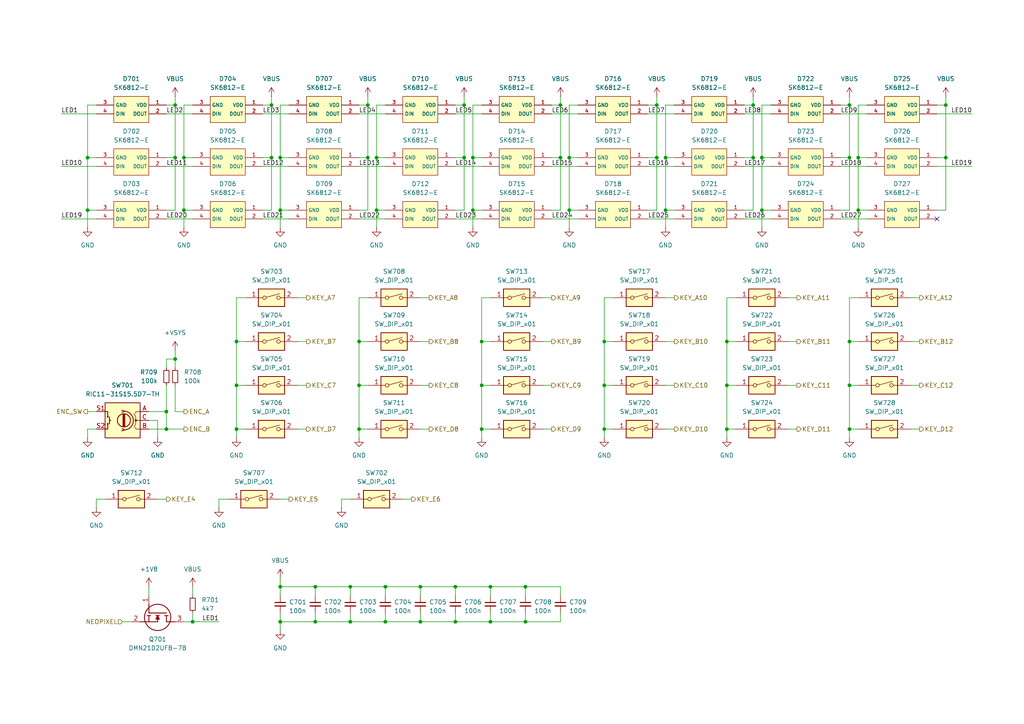
<source format=kicad_sch>
(kicad_sch (version 20231120) (generator "eeschema") (generator_version "8.0")
  (paper "A4")
  (junction (at 248.92 45.72))
  (junction (at 104.14 99.06))
  (junction (at 165.1 60.96))
  (junction (at 81.28 180.34))
  (junction (at 220.98 45.72))
  (junction (at 190.5 45.72))
  (junction (at 132.08 180.34))
  (junction (at 246.38 111.76))
  (junction (at 218.44 30.48))
  (junction (at 274.32 45.72))
  (junction (at 109.22 45.72))
  (junction (at 109.22 60.96))
  (junction (at 162.56 45.72))
  (junction (at 68.58 99.06))
  (junction (at 101.6 180.34))
  (junction (at 162.56 30.48))
  (junction (at 137.16 60.96))
  (junction (at 68.58 111.76))
  (junction (at 210.82 99.06))
  (junction (at 53.34 45.72))
  (junction (at 218.44 45.72))
  (junction (at 48.26 124.46))
  (junction (at 248.92 60.96))
  (junction (at 175.26 124.46))
  (junction (at 193.04 45.72))
  (junction (at 175.26 111.76))
  (junction (at 152.4 180.34))
  (junction (at 134.62 30.48))
  (junction (at 78.74 45.72))
  (junction (at 104.14 111.76))
  (junction (at 55.88 180.34))
  (junction (at 134.62 45.72))
  (junction (at 121.92 180.34))
  (junction (at 152.4 170.18))
  (junction (at 132.08 170.18))
  (junction (at 137.16 45.72))
  (junction (at 91.44 180.34))
  (junction (at 142.24 170.18))
  (junction (at 139.7 111.76))
  (junction (at 91.44 170.18))
  (junction (at 274.32 30.48))
  (junction (at 246.38 124.46))
  (junction (at 81.28 60.96))
  (junction (at 50.8 30.48))
  (junction (at 111.76 170.18))
  (junction (at 210.82 111.76))
  (junction (at 220.98 60.96))
  (junction (at 50.8 104.14))
  (junction (at 78.74 30.48))
  (junction (at 210.82 124.46))
  (junction (at 193.04 60.96))
  (junction (at 142.24 180.34))
  (junction (at 25.4 45.72))
  (junction (at 246.38 30.48))
  (junction (at 101.6 170.18))
  (junction (at 25.4 60.96))
  (junction (at 246.38 99.06))
  (junction (at 106.68 45.72))
  (junction (at 68.58 124.46))
  (junction (at 106.68 30.48))
  (junction (at 111.76 180.34))
  (junction (at 53.34 60.96))
  (junction (at 175.26 99.06))
  (junction (at 165.1 45.72))
  (junction (at 139.7 99.06))
  (junction (at 190.5 30.48))
  (junction (at 81.28 170.18))
  (junction (at 139.7 124.46))
  (junction (at 121.92 170.18))
  (junction (at 48.26 119.38))
  (junction (at 246.38 45.72))
  (junction (at 50.8 45.72))
  (junction (at 104.14 124.46))
  (junction (at 81.28 45.72))
  (no_connect (at 271.78 63.5))
  (wire (pts (xy 121.92 180.34) (xy 121.92 177.8)))
  (wire (pts (xy 25.4 45.72) (xy 27.94 45.72)))
  (wire (pts (xy 160.02 48.26) (xy 167.64 48.26)))
  (wire (pts (xy 91.44 170.18) (xy 91.44 172.72)))
  (wire (pts (xy 111.76 180.34) (xy 111.76 177.8)))
  (wire (pts (xy 81.28 180.34) (xy 81.28 182.88)))
  (wire (pts (xy 157.48 99.06) (xy 160.02 99.06)))
  (wire (pts (xy 71.12 86.36) (xy 68.58 86.36)))
  (wire (pts (xy 48.26 60.96) (xy 50.8 60.96)))
  (wire (pts (xy 220.98 45.72) (xy 223.52 45.72)))
  (wire (pts (xy 231.14 86.36) (xy 228.6 86.36)))
  (wire (pts (xy 137.16 45.72) (xy 139.7 45.72)))
  (wire (pts (xy 81.28 60.96) (xy 83.82 60.96)))
  (wire (pts (xy 68.58 111.76) (xy 68.58 124.46)))
  (wire (pts (xy 88.9 124.46) (xy 86.36 124.46)))
  (wire (pts (xy 53.34 124.46) (xy 48.26 124.46)))
  (wire (pts (xy 81.28 180.34) (xy 91.44 180.34)))
  (wire (pts (xy 50.8 111.76) (xy 50.8 119.38)))
  (wire (pts (xy 162.56 45.72) (xy 162.56 60.96)))
  (wire (pts (xy 104.14 33.02) (xy 111.76 33.02)))
  (wire (pts (xy 193.04 60.96) (xy 193.04 45.72)))
  (wire (pts (xy 220.98 30.48) (xy 223.52 30.48)))
  (wire (pts (xy 246.38 86.36) (xy 246.38 99.06)))
  (wire (pts (xy 264.16 99.06) (xy 266.7 99.06)))
  (wire (pts (xy 17.78 63.5) (xy 27.94 63.5)))
  (wire (pts (xy 215.9 45.72) (xy 218.44 45.72)))
  (wire (pts (xy 160.02 45.72) (xy 162.56 45.72)))
  (wire (pts (xy 139.7 124.46) (xy 142.24 124.46)))
  (wire (pts (xy 124.46 124.46) (xy 121.92 124.46)))
  (wire (pts (xy 63.5 144.78) (xy 63.5 147.32)))
  (wire (pts (xy 48.26 45.72) (xy 50.8 45.72)))
  (wire (pts (xy 134.62 30.48) (xy 134.62 45.72)))
  (wire (pts (xy 218.44 45.72) (xy 218.44 60.96)))
  (wire (pts (xy 99.06 144.78) (xy 101.6 144.78)))
  (wire (pts (xy 78.74 45.72) (xy 78.74 60.96)))
  (wire (pts (xy 17.78 48.26) (xy 27.94 48.26)))
  (wire (pts (xy 246.38 111.76) (xy 246.38 124.46)))
  (wire (pts (xy 162.56 30.48) (xy 162.56 45.72)))
  (wire (pts (xy 124.46 111.76) (xy 121.92 111.76)))
  (wire (pts (xy 106.68 30.48) (xy 106.68 45.72)))
  (wire (pts (xy 210.82 124.46) (xy 213.36 124.46)))
  (wire (pts (xy 53.34 60.96) (xy 53.34 45.72)))
  (wire (pts (xy 27.94 144.78) (xy 30.48 144.78)))
  (wire (pts (xy 160.02 111.76) (xy 157.48 111.76)))
  (wire (pts (xy 81.28 144.78) (xy 83.82 144.78)))
  (wire (pts (xy 187.96 60.96) (xy 190.5 60.96)))
  (wire (pts (xy 271.78 33.02) (xy 281.94 33.02)))
  (wire (pts (xy 139.7 111.76) (xy 142.24 111.76)))
  (wire (pts (xy 210.82 86.36) (xy 210.82 99.06)))
  (wire (pts (xy 165.1 30.48) (xy 167.64 30.48)))
  (wire (pts (xy 25.4 124.46) (xy 25.4 127)))
  (wire (pts (xy 187.96 45.72) (xy 190.5 45.72)))
  (wire (pts (xy 104.14 99.06) (xy 104.14 111.76)))
  (wire (pts (xy 25.4 60.96) (xy 27.94 60.96)))
  (wire (pts (xy 274.32 30.48) (xy 274.32 27.94)))
  (wire (pts (xy 50.8 101.6) (xy 50.8 104.14)))
  (wire (pts (xy 274.32 45.72) (xy 274.32 60.96)))
  (wire (pts (xy 104.14 30.48) (xy 106.68 30.48)))
  (wire (pts (xy 43.18 170.18) (xy 43.18 172.72)))
  (wire (pts (xy 160.02 86.36) (xy 157.48 86.36)))
  (wire (pts (xy 104.14 60.96) (xy 106.68 60.96)))
  (wire (pts (xy 220.98 60.96) (xy 220.98 45.72)))
  (wire (pts (xy 106.68 45.72) (xy 106.68 60.96)))
  (wire (pts (xy 152.4 170.18) (xy 152.4 172.72)))
  (wire (pts (xy 53.34 45.72) (xy 53.34 30.48)))
  (wire (pts (xy 101.6 170.18) (xy 111.76 170.18)))
  (wire (pts (xy 175.26 99.06) (xy 175.26 111.76)))
  (wire (pts (xy 218.44 30.48) (xy 218.44 45.72)))
  (wire (pts (xy 248.92 60.96) (xy 251.46 60.96)))
  (wire (pts (xy 160.02 60.96) (xy 162.56 60.96)))
  (wire (pts (xy 215.9 33.02) (xy 223.52 33.02)))
  (wire (pts (xy 246.38 30.48) (xy 246.38 45.72)))
  (wire (pts (xy 25.4 60.96) (xy 25.4 45.72)))
  (wire (pts (xy 104.14 111.76) (xy 106.68 111.76)))
  (wire (pts (xy 43.18 119.38) (xy 48.26 119.38)))
  (wire (pts (xy 248.92 86.36) (xy 246.38 86.36)))
  (wire (pts (xy 53.34 45.72) (xy 55.88 45.72)))
  (wire (pts (xy 190.5 30.48) (xy 190.5 45.72)))
  (wire (pts (xy 48.26 48.26) (xy 55.88 48.26)))
  (wire (pts (xy 76.2 48.26) (xy 83.82 48.26)))
  (wire (pts (xy 99.06 144.78) (xy 99.06 147.32)))
  (wire (pts (xy 50.8 104.14) (xy 48.26 104.14)))
  (wire (pts (xy 50.8 104.14) (xy 50.8 106.68)))
  (wire (pts (xy 139.7 99.06) (xy 139.7 111.76)))
  (wire (pts (xy 91.44 180.34) (xy 101.6 180.34)))
  (wire (pts (xy 81.28 167.64) (xy 81.28 170.18)))
  (wire (pts (xy 132.08 33.02) (xy 139.7 33.02)))
  (wire (pts (xy 266.7 111.76) (xy 264.16 111.76)))
  (wire (pts (xy 220.98 60.96) (xy 223.52 60.96)))
  (wire (pts (xy 109.22 60.96) (xy 109.22 45.72)))
  (wire (pts (xy 53.34 66.04) (xy 53.34 60.96)))
  (wire (pts (xy 187.96 48.26) (xy 195.58 48.26)))
  (wire (pts (xy 53.34 119.38) (xy 50.8 119.38)))
  (wire (pts (xy 81.28 45.72) (xy 81.28 30.48)))
  (wire (pts (xy 271.78 48.26) (xy 281.94 48.26)))
  (wire (pts (xy 76.2 33.02) (xy 83.82 33.02)))
  (wire (pts (xy 121.92 170.18) (xy 132.08 170.18)))
  (wire (pts (xy 175.26 124.46) (xy 177.8 124.46)))
  (wire (pts (xy 55.88 180.34) (xy 63.5 180.34)))
  (wire (pts (xy 246.38 99.06) (xy 248.92 99.06)))
  (wire (pts (xy 165.1 45.72) (xy 165.1 30.48)))
  (wire (pts (xy 121.92 170.18) (xy 121.92 172.72)))
  (wire (pts (xy 132.08 60.96) (xy 134.62 60.96)))
  (wire (pts (xy 165.1 45.72) (xy 167.64 45.72)))
  (wire (pts (xy 86.36 99.06) (xy 88.9 99.06)))
  (wire (pts (xy 177.8 86.36) (xy 175.26 86.36)))
  (wire (pts (xy 109.22 66.04) (xy 109.22 60.96)))
  (wire (pts (xy 81.28 60.96) (xy 81.28 45.72)))
  (wire (pts (xy 48.26 111.76) (xy 48.26 119.38)))
  (wire (pts (xy 210.82 124.46) (xy 210.82 127)))
  (wire (pts (xy 210.82 99.06) (xy 210.82 111.76)))
  (wire (pts (xy 187.96 33.02) (xy 195.58 33.02)))
  (wire (pts (xy 45.72 144.78) (xy 48.26 144.78)))
  (wire (pts (xy 271.78 60.96) (xy 274.32 60.96)))
  (wire (pts (xy 68.58 111.76) (xy 71.12 111.76)))
  (wire (pts (xy 53.34 30.48) (xy 55.88 30.48)))
  (wire (pts (xy 68.58 124.46) (xy 71.12 124.46)))
  (wire (pts (xy 68.58 86.36) (xy 68.58 99.06)))
  (wire (pts (xy 48.26 106.68) (xy 48.26 104.14)))
  (wire (pts (xy 243.84 33.02) (xy 251.46 33.02)))
  (wire (pts (xy 162.56 170.18) (xy 162.56 172.72)))
  (wire (pts (xy 175.26 86.36) (xy 175.26 99.06)))
  (wire (pts (xy 243.84 63.5) (xy 251.46 63.5)))
  (wire (pts (xy 175.26 99.06) (xy 177.8 99.06)))
  (wire (pts (xy 68.58 124.46) (xy 68.58 127)))
  (wire (pts (xy 104.14 124.46) (xy 106.68 124.46)))
  (wire (pts (xy 104.14 45.72) (xy 106.68 45.72)))
  (wire (pts (xy 86.36 86.36) (xy 88.9 86.36)))
  (wire (pts (xy 137.16 66.04) (xy 137.16 60.96)))
  (wire (pts (xy 68.58 99.06) (xy 71.12 99.06)))
  (wire (pts (xy 137.16 45.72) (xy 137.16 30.48)))
  (wire (pts (xy 63.5 144.78) (xy 66.04 144.78)))
  (wire (pts (xy 190.5 30.48) (xy 190.5 27.94)))
  (wire (pts (xy 121.92 180.34) (xy 132.08 180.34)))
  (wire (pts (xy 190.5 45.72) (xy 190.5 60.96)))
  (wire (pts (xy 109.22 45.72) (xy 111.76 45.72)))
  (wire (pts (xy 132.08 30.48) (xy 134.62 30.48)))
  (wire (pts (xy 193.04 45.72) (xy 193.04 30.48)))
  (wire (pts (xy 121.92 99.06) (xy 124.46 99.06)))
  (wire (pts (xy 35.56 180.34) (xy 38.1 180.34)))
  (wire (pts (xy 116.84 144.78) (xy 119.38 144.78)))
  (wire (pts (xy 165.1 66.04) (xy 165.1 60.96)))
  (wire (pts (xy 76.2 60.96) (xy 78.74 60.96)))
  (wire (pts (xy 160.02 30.48) (xy 162.56 30.48)))
  (wire (pts (xy 139.7 86.36) (xy 139.7 99.06)))
  (wire (pts (xy 142.24 170.18) (xy 142.24 172.72)))
  (wire (pts (xy 48.26 33.02) (xy 55.88 33.02)))
  (wire (pts (xy 111.76 180.34) (xy 121.92 180.34)))
  (wire (pts (xy 215.9 63.5) (xy 223.52 63.5)))
  (wire (pts (xy 220.98 66.04) (xy 220.98 60.96)))
  (wire (pts (xy 142.24 180.34) (xy 142.24 177.8)))
  (wire (pts (xy 248.92 60.96) (xy 248.92 45.72)))
  (wire (pts (xy 271.78 30.48) (xy 274.32 30.48)))
  (wire (pts (xy 106.68 86.36) (xy 104.14 86.36)))
  (wire (pts (xy 193.04 66.04) (xy 193.04 60.96)))
  (wire (pts (xy 165.1 60.96) (xy 165.1 45.72)))
  (wire (pts (xy 246.38 124.46) (xy 246.38 127)))
  (wire (pts (xy 246.38 99.06) (xy 246.38 111.76)))
  (wire (pts (xy 248.92 45.72) (xy 248.92 30.48)))
  (wire (pts (xy 104.14 124.46) (xy 104.14 127)))
  (wire (pts (xy 160.02 124.46) (xy 157.48 124.46)))
  (wire (pts (xy 106.68 30.48) (xy 106.68 27.94)))
  (wire (pts (xy 193.04 99.06) (xy 195.58 99.06)))
  (wire (pts (xy 81.28 180.34) (xy 81.28 177.8)))
  (wire (pts (xy 165.1 60.96) (xy 167.64 60.96)))
  (wire (pts (xy 142.24 86.36) (xy 139.7 86.36)))
  (wire (pts (xy 246.38 111.76) (xy 248.92 111.76)))
  (wire (pts (xy 132.08 45.72) (xy 134.62 45.72)))
  (wire (pts (xy 243.84 48.26) (xy 251.46 48.26)))
  (wire (pts (xy 210.82 99.06) (xy 213.36 99.06)))
  (wire (pts (xy 195.58 86.36) (xy 193.04 86.36)))
  (wire (pts (xy 162.56 30.48) (xy 162.56 27.94)))
  (wire (pts (xy 68.58 99.06) (xy 68.58 111.76)))
  (wire (pts (xy 195.58 111.76) (xy 193.04 111.76)))
  (wire (pts (xy 78.74 30.48) (xy 78.74 27.94)))
  (wire (pts (xy 266.7 124.46) (xy 264.16 124.46)))
  (wire (pts (xy 134.62 30.48) (xy 134.62 27.94)))
  (wire (pts (xy 124.46 86.36) (xy 121.92 86.36)))
  (wire (pts (xy 210.82 111.76) (xy 213.36 111.76)))
  (wire (pts (xy 231.14 124.46) (xy 228.6 124.46)))
  (wire (pts (xy 76.2 30.48) (xy 78.74 30.48)))
  (wire (pts (xy 210.82 111.76) (xy 210.82 124.46)))
  (wire (pts (xy 25.4 45.72) (xy 25.4 30.48)))
  (wire (pts (xy 50.8 30.48) (xy 50.8 27.94)))
  (wire (pts (xy 104.14 99.06) (xy 106.68 99.06)))
  (wire (pts (xy 111.76 170.18) (xy 111.76 172.72)))
  (wire (pts (xy 50.8 30.48) (xy 50.8 45.72)))
  (wire (pts (xy 248.92 124.46) (xy 246.38 124.46)))
  (wire (pts (xy 48.26 63.5) (xy 55.88 63.5)))
  (wire (pts (xy 246.38 45.72) (xy 246.38 60.96)))
  (wire (pts (xy 132.08 48.26) (xy 139.7 48.26)))
  (wire (pts (xy 78.74 30.48) (xy 78.74 45.72)))
  (wire (pts (xy 101.6 170.18) (xy 101.6 172.72)))
  (wire (pts (xy 104.14 111.76) (xy 104.14 124.46)))
  (wire (pts (xy 175.26 111.76) (xy 175.26 124.46)))
  (wire (pts (xy 132.08 170.18) (xy 132.08 172.72)))
  (wire (pts (xy 25.4 66.04) (xy 25.4 60.96)))
  (wire (pts (xy 195.58 124.46) (xy 193.04 124.46)))
  (wire (pts (xy 27.94 144.78) (xy 27.94 147.32)))
  (wire (pts (xy 218.44 30.48) (xy 218.44 27.94)))
  (wire (pts (xy 109.22 60.96) (xy 111.76 60.96)))
  (wire (pts (xy 109.22 45.72) (xy 109.22 30.48)))
  (wire (pts (xy 55.88 177.8) (xy 55.88 180.34)))
  (wire (pts (xy 142.24 170.18) (xy 152.4 170.18)))
  (wire (pts (xy 187.96 63.5) (xy 195.58 63.5)))
  (wire (pts (xy 132.08 170.18) (xy 142.24 170.18)))
  (wire (pts (xy 81.28 45.72) (xy 83.82 45.72)))
  (wire (pts (xy 43.18 121.92) (xy 45.72 121.92)))
  (wire (pts (xy 248.92 66.04) (xy 248.92 60.96)))
  (wire (pts (xy 48.26 119.38) (xy 48.26 124.46)))
  (wire (pts (xy 215.9 30.48) (xy 218.44 30.48)))
  (wire (pts (xy 91.44 170.18) (xy 101.6 170.18)))
  (wire (pts (xy 101.6 180.34) (xy 111.76 180.34)))
  (wire (pts (xy 231.14 111.76) (xy 228.6 111.76)))
  (wire (pts (xy 134.62 45.72) (xy 134.62 60.96)))
  (wire (pts (xy 175.26 111.76) (xy 177.8 111.76)))
  (wire (pts (xy 152.4 170.18) (xy 162.56 170.18)))
  (wire (pts (xy 81.28 66.04) (xy 81.28 60.96)))
  (wire (pts (xy 132.08 180.34) (xy 132.08 177.8)))
  (wire (pts (xy 137.16 30.48) (xy 139.7 30.48)))
  (wire (pts (xy 104.14 86.36) (xy 104.14 99.06)))
  (wire (pts (xy 274.32 30.48) (xy 274.32 45.72)))
  (wire (pts (xy 137.16 60.96) (xy 137.16 45.72)))
  (wire (pts (xy 162.56 180.34) (xy 162.56 177.8)))
  (wire (pts (xy 228.6 99.06) (xy 231.14 99.06)))
  (wire (pts (xy 152.4 180.34) (xy 152.4 177.8)))
  (wire (pts (xy 27.94 124.46) (xy 25.4 124.46)))
  (wire (pts (xy 220.98 45.72) (xy 220.98 30.48)))
  (wire (pts (xy 266.7 86.36) (xy 264.16 86.36)))
  (wire (pts (xy 132.08 180.34) (xy 142.24 180.34)))
  (wire (pts (xy 53.34 60.96) (xy 55.88 60.96)))
  (wire (pts (xy 243.84 60.96) (xy 246.38 60.96)))
  (wire (pts (xy 53.34 180.34) (xy 55.88 180.34)))
  (wire (pts (xy 81.28 170.18) (xy 91.44 170.18)))
  (wire (pts (xy 111.76 170.18) (xy 121.92 170.18)))
  (wire (pts (xy 243.84 45.72) (xy 246.38 45.72)))
  (wire (pts (xy 139.7 124.46) (xy 139.7 127)))
  (wire (pts (xy 137.16 60.96) (xy 139.7 60.96)))
  (wire (pts (xy 17.78 33.02) (xy 27.94 33.02)))
  (wire (pts (xy 27.94 119.38) (xy 25.4 119.38)))
  (wire (pts (xy 101.6 180.34) (xy 101.6 177.8)))
  (wire (pts (xy 215.9 60.96) (xy 218.44 60.96)))
  (wire (pts (xy 139.7 99.06) (xy 142.24 99.06)))
  (wire (pts (xy 132.08 63.5) (xy 139.7 63.5)))
  (wire (pts (xy 152.4 180.34) (xy 162.56 180.34)))
  (wire (pts (xy 193.04 30.48) (xy 195.58 30.48)))
  (wire (pts (xy 160.02 63.5) (xy 167.64 63.5)))
  (wire (pts (xy 175.26 124.46) (xy 175.26 127)))
  (wire (pts (xy 215.9 48.26) (xy 223.52 48.26)))
  (wire (pts (xy 45.72 121.92) (xy 45.72 127)))
  (wire (pts (xy 48.26 30.48) (xy 50.8 30.48)))
  (wire (pts (xy 76.2 63.5) (xy 83.82 63.5)))
  (wire (pts (xy 91.44 180.34) (xy 91.44 177.8)))
  (wire (pts (xy 142.24 180.34) (xy 152.4 180.34)))
  (wire (pts (xy 193.04 45.72) (xy 195.58 45.72)))
  (wire (pts (xy 193.04 60.96) (xy 195.58 60.96)))
  (wire (pts (xy 76.2 45.72) (xy 78.74 45.72)))
  (wire (pts (xy 25.4 30.48) (xy 27.94 30.48)))
  (wire (pts (xy 104.14 63.5) (xy 111.76 63.5)))
  (wire (pts (xy 104.14 48.26) (xy 111.76 48.26)))
  (wire (pts (xy 81.28 170.18) (xy 81.28 172.72)))
  (wire (pts (xy 243.84 30.48) (xy 246.38 30.48)))
  (wire (pts (xy 248.92 45.72) (xy 251.46 45.72)))
  (wire (pts (xy 160.02 33.02) (xy 167.64 33.02)))
  (wire (pts (xy 187.96 30.48) (xy 190.5 30.48)))
  (wire (pts (xy 88.9 111.76) (xy 86.36 111.76)))
  (wire (pts (xy 109.22 30.48) (xy 111.76 30.48)))
  (wire (pts (xy 271.78 45.72) (xy 274.32 45.72)))
  (wire (pts (xy 139.7 111.76) (xy 139.7 124.46)))
  (wire (pts (xy 248.92 30.48) (xy 251.46 30.48)))
  (wire (pts (xy 55.88 170.18) (xy 55.88 172.72)))
  (wire (pts (xy 50.8 45.72) (xy 50.8 60.96)))
  (wire (pts (xy 81.28 30.48) (xy 83.82 30.48)))
  (wire (pts (xy 246.38 30.48) (xy 246.38 27.94)))
  (wire (pts (xy 213.36 86.36) (xy 210.82 86.36)))
  (wire (pts (xy 43.18 124.46) (xy 48.26 124.46)))
  (label "LED10" (at 281.94 33.02 180))
  (label "LED8" (at 215.9 33.02 0))
  (label "LED19" (at 281.94 48.26 180))
  (label "LED2" (at 48.26 33.02 0))
  (label "LED12" (at 76.2 48.26 0))
  (label "LED15" (at 160.02 48.26 0))
  (label "LED5" (at 132.08 33.02 0))
  (label "LED18" (at 243.84 48.26 0))
  (label "LED25" (at 187.96 63.5 0))
  (label "LED21" (at 76.2 63.5 0))
  (label "LED17" (at 215.9 48.26 0))
  (label "LED23" (at 132.08 63.5 0))
  (label "LED14" (at 132.08 48.26 0))
  (label "LED3" (at 76.2 33.02 0))
  (label "LED9" (at 243.84 33.02 0))
  (label "LED10" (at 17.78 48.26 0))
  (label "LED4" (at 104.14 33.02 0))
  (label "LED19" (at 17.78 63.5 0))
  (label "LED7" (at 187.96 33.02 0))
  (label "LED11" (at 48.26 48.26 0))
  (label "LED1" (at 17.78 33.02 0))
  (label "LED6" (at 160.02 33.02 0))
  (label "LED1" (at 63.5 180.34 180))
  (label "LED26" (at 215.9 63.5 0))
  (label "LED16" (at 187.96 48.26 0))
  (label "LED20" (at 48.26 63.5 0))
  (label "LED22" (at 104.14 63.5 0))
  (label "LED13" (at 104.14 48.26 0))
  (label "LED27" (at 243.84 63.5 0))
  (label "LED24" (at 160.02 63.5 0))
  (hierarchical_label "ENC_B" (shape output) (at 53.34 124.46 0))
  (hierarchical_label "KEY_C7" (shape output) (at 88.9 111.76 0))
  (hierarchical_label "KEY_D12" (shape output) (at 266.7 124.46 0))
  (hierarchical_label "ENC_A" (shape output) (at 53.34 119.38 0))
  (hierarchical_label "KEY_D11" (shape output) (at 231.14 124.46 0))
  (hierarchical_label "KEY_C12" (shape output) (at 266.7 111.76 0))
  (hierarchical_label "KEY_B11" (shape output) (at 231.14 99.06 0))
  (hierarchical_label "KEY_E5" (shape output) (at 83.82 144.78 0))
  (hierarchical_label "KEY_D9" (shape output) (at 160.02 124.46 0))
  (hierarchical_label "KEY_B8" (shape output) (at 124.46 99.06 0))
  (hierarchical_label "KEY_E4" (shape output) (at 48.26 144.78 0))
  (hierarchical_label "KEY_D8" (shape output) (at 124.46 124.46 0))
  (hierarchical_label "KEY_A9" (shape output) (at 160.02 86.36 0))
  (hierarchical_label "KEY_B9" (shape output) (at 160.02 99.06 0))
  (hierarchical_label "NEOPIXEL" (shape input) (at 35.56 180.34 180))
  (hierarchical_label "KEY_B10" (shape output) (at 195.58 99.06 0))
  (hierarchical_label "KEY_B12" (shape output) (at 266.7 99.06 0))
  (hierarchical_label "KEY_A11" (shape output) (at 231.14 86.36 0))
  (hierarchical_label "KEY_A10" (shape output) (at 195.58 86.36 0))
  (hierarchical_label "KEY_D10" (shape output) (at 195.58 124.46 0))
  (hierarchical_label "KEY_C9" (shape output) (at 160.02 111.76 0))
  (hierarchical_label "KEY_A7" (shape output) (at 88.9 86.36 0))
  (hierarchical_label "KEY_C10" (shape output) (at 195.58 111.76 0))
  (hierarchical_label "KEY_C11" (shape output) (at 231.14 111.76 0))
  (hierarchical_label "ENC_SW" (shape output) (at 25.4 119.38 180))
  (hierarchical_label "KEY_E6" (shape output) (at 119.38 144.78 0))
  (hierarchical_label "KEY_B7" (shape output) (at 88.9 99.06 0))
  (hierarchical_label "KEY_A8" (shape output) (at 124.46 86.36 0))
  (hierarchical_label "KEY_C8" (shape output) (at 124.46 111.76 0))
  (hierarchical_label "KEY_D7" (shape output) (at 88.9 124.46 0))
  (hierarchical_label "KEY_A12" (shape output) (at 266.7 86.36 0))
  (symbol (lib_id "Switch:SW_DIP_x01") (at 114.3 111.76 0) (unit 1)
    (property "Reference" "SW710" (at 114.3 104.14 0))
    (property "Value" "SW_DIP_x01" (at 114.3 106.68 0))
    (property "Footprint" "keyboard_footprints:choc-v1-hotswap" (effects (hide yes)))
    (property "Description" "1x DIP Switch, Single Pole Single Throw (SPST) switch, small symbol" (effects (hide yes)))
  )
  (symbol (lib_id "Switch:SW_DIP_x01") (at 149.86 111.76 0) (unit 1)
    (property "Reference" "SW715" (at 149.86 104.14 0))
    (property "Value" "SW_DIP_x01" (at 149.86 106.68 0))
    (property "Footprint" "keyboard_footprints:choc-v1-hotswap" (effects (hide yes)))
    (property "Description" "1x DIP Switch, Single Pole Single Throw (SPST) switch, small symbol" (effects (hide yes)))
  )
  (symbol (lib_id "Switch:SW_DIP_x01") (at 256.54 124.46 0) (unit 1)
    (property "Reference" "SW728" (at 256.54 116.84 0))
    (property "Value" "SW_DIP_x01" (at 256.54 119.38 0))
    (property "Footprint" "keyboard_footprints:choc-v1-hotswap" (effects (hide yes)))
    (property "Description" "1x DIP Switch, Single Pole Single Throw (SPST) switch, small symbol" (effects (hide yes)))
  )
  (symbol (lib_id "SK6812-E:SK6812-E") (at 205.74 27.94 0) (unit 1)
    (property "Reference" "D719" (at 205.74 22.86 0))
    (property "Value" "SK6812-E" (at 205.74 25.4 0))
    (property "Footprint" "keyboard_footprints:LED_SK6812-E" (effects (hide yes)))
    (property "MF" "DONGGUANG OPSCO OPTOELECTRONICS CO., LTD" (effects (hide yes)))
    (property "MAXIMUM_PACKAGE_HEIGHT" "0.84mm" (effects (hide yes)))
    (property "Package" "Package" (effects (hide yes)))
    (property "Price" "None" (effects (hide yes)))
    (property "Check_prices" "https://www.snapeda.com/parts/SK6812-E/DONGGUANG+OPSCO+OPTOELECTRONICS+CO.%252C+LTD/view-part/?ref=eda" (effects (hide yes)))
    (property "STANDARD" "Manufacturer recommendations" (effects (hide yes)))
    (property "PARTREV" "2" (effects (hide yes)))
    (property "SnapEDA_Link" "https://www.snapeda.com/parts/SK6812-E/DONGGUANG+OPSCO+OPTOELECTRONICS+CO.%252C+LTD/view-part/?ref=snap" (effects (hide yes)))
    (property "MP" "SK6812-E" (effects (hide yes)))
    (property "Description_1" "\nSK6812MINI-E is a smart LED control circuit and light emitting circuit in one controlled LED source, which has the shape of a 3528 LED chip.\n" (effects (hide yes)))
    (property "Availability" "Not in stock" (effects (hide yes)))
    (property "MANUFACTURER" "DONGGUANG OPSCO" (effects (hide yes)))
  )
  (symbol (lib_id "Switch:SW_DIP_x01") (at 220.98 99.06 0) (unit 1)
    (property "Reference" "SW722" (at 220.98 91.44 0))
    (property "Value" "SW_DIP_x01" (at 220.98 93.98 0))
    (property "Footprint" "keyboard_footprints:choc-v1-hotswap" (effects (hide yes)))
    (property "Description" "1x DIP Switch, Single Pole Single Throw (SPST) switch, small symbol" (effects (hide yes)))
  )
  (symbol (lib_id "SK6812-E:SK6812-E") (at 93.98 43.18 0) (unit 1)
    (property "Reference" "D708" (at 93.98 38.1 0))
    (property "Value" "SK6812-E" (at 93.98 40.64 0))
    (property "Footprint" "keyboard_footprints:LED_SK6812-E" (effects (hide yes)))
    (property "MF" "DONGGUANG OPSCO OPTOELECTRONICS CO., LTD" (effects (hide yes)))
    (property "MAXIMUM_PACKAGE_HEIGHT" "0.84mm" (effects (hide yes)))
    (property "Package" "Package" (effects (hide yes)))
    (property "Price" "None" (effects (hide yes)))
    (property "Check_prices" "https://www.snapeda.com/parts/SK6812-E/DONGGUANG+OPSCO+OPTOELECTRONICS+CO.%252C+LTD/view-part/?ref=eda" (effects (hide yes)))
    (property "STANDARD" "Manufacturer recommendations" (effects (hide yes)))
    (property "PARTREV" "2" (effects (hide yes)))
    (property "SnapEDA_Link" "https://www.snapeda.com/parts/SK6812-E/DONGGUANG+OPSCO+OPTOELECTRONICS+CO.%252C+LTD/view-part/?ref=snap" (effects (hide yes)))
    (property "MP" "SK6812-E" (effects (hide yes)))
    (property "Description_1" "\nSK6812MINI-E is a smart LED control circuit and light emitting circuit in one controlled LED source, which has the shape of a 3528 LED chip.\n" (effects (hide yes)))
    (property "Availability" "Not in stock" (effects (hide yes)))
    (property "MANUFACTURER" "DONGGUANG OPSCO" (effects (hide yes)))
  )
  (symbol (lib_id "Switch:SW_DIP_x01") (at 220.98 111.76 0) (unit 1)
    (property "Reference" "SW723" (at 220.98 104.14 0))
    (property "Value" "SW_DIP_x01" (at 220.98 106.68 0))
    (property "Footprint" "keyboard_footprints:choc-v1-hotswap" (effects (hide yes)))
    (property "Description" "1x DIP Switch, Single Pole Single Throw (SPST) switch, small symbol" (effects (hide yes)))
  )
  (symbol (lib_id "power:VBUS") (at 134.62 27.94 0) (unit 1)
    (property "Reference" "#PWR0719" (effects (hide yes)))
    (property "Value" "VBUS" (at 134.62 22.86 0))
    (property "Description" "Power symbol creates a global label with name \"VBUS\"" (effects (hide yes)))
  )
  (symbol (lib_id "SK6812-E:SK6812-E") (at 233.68 43.18 0) (unit 1)
    (property "Reference" "D723" (at 233.68 38.1 0))
    (property "Value" "SK6812-E" (at 233.68 40.64 0))
    (property "Footprint" "keyboard_footprints:LED_SK6812-E" (effects (hide yes)))
    (property "MF" "DONGGUANG OPSCO OPTOELECTRONICS CO., LTD" (effects (hide yes)))
    (property "MAXIMUM_PACKAGE_HEIGHT" "0.84mm" (effects (hide yes)))
    (property "Package" "Package" (effects (hide yes)))
    (property "Price" "None" (effects (hide yes)))
    (property "Check_prices" "https://www.snapeda.com/parts/SK6812-E/DONGGUANG+OPSCO+OPTOELECTRONICS+CO.%252C+LTD/view-part/?ref=eda" (effects (hide yes)))
    (property "STANDARD" "Manufacturer recommendations" (effects (hide yes)))
    (property "PARTREV" "2" (effects (hide yes)))
    (property "SnapEDA_Link" "https://www.snapeda.com/parts/SK6812-E/DONGGUANG+OPSCO+OPTOELECTRONICS+CO.%252C+LTD/view-part/?ref=snap" (effects (hide yes)))
    (property "MP" "SK6812-E" (effects (hide yes)))
    (property "Description_1" "\nSK6812MINI-E is a smart LED control circuit and light emitting circuit in one controlled LED source, which has the shape of a 3528 LED chip.\n" (effects (hide yes)))
    (property "Availability" "Not in stock" (effects (hide yes)))
    (property "MANUFACTURER" "DONGGUANG OPSCO" (effects (hide yes)))
  )
  (symbol (lib_id "SK6812-E:SK6812-E") (at 205.74 43.18 0) (unit 1)
    (property "Reference" "D720" (at 205.74 38.1 0))
    (property "Value" "SK6812-E" (at 205.74 40.64 0))
    (property "Footprint" "keyboard_footprints:LED_SK6812-E" (effects (hide yes)))
    (property "MF" "DONGGUANG OPSCO OPTOELECTRONICS CO., LTD" (effects (hide yes)))
    (property "MAXIMUM_PACKAGE_HEIGHT" "0.84mm" (effects (hide yes)))
    (property "Package" "Package" (effects (hide yes)))
    (property "Price" "None" (effects (hide yes)))
    (property "Check_prices" "https://www.snapeda.com/parts/SK6812-E/DONGGUANG+OPSCO+OPTOELECTRONICS+CO.%252C+LTD/view-part/?ref=eda" (effects (hide yes)))
    (property "STANDARD" "Manufacturer recommendations" (effects (hide yes)))
    (property "PARTREV" "2" (effects (hide yes)))
    (property "SnapEDA_Link" "https://www.snapeda.com/parts/SK6812-E/DONGGUANG+OPSCO+OPTOELECTRONICS+CO.%252C+LTD/view-part/?ref=snap" (effects (hide yes)))
    (property "MP" "SK6812-E" (effects (hide yes)))
    (property "Description_1" "\nSK6812MINI-E is a smart LED control circuit and light emitting circuit in one controlled LED source, which has the shape of a 3528 LED chip.\n" (effects (hide yes)))
    (property "Availability" "Not in stock" (effects (hide yes)))
    (property "MANUFACTURER" "DONGGUANG OPSCO" (effects (hide yes)))
  )
  (symbol (lib_id "Switch:SW_DIP_x01") (at 256.54 111.76 0) (unit 1)
    (property "Reference" "SW727" (at 256.54 104.14 0))
    (property "Value" "SW_DIP_x01" (at 256.54 106.68 0))
    (property "Footprint" "keyboard_footprints:choc-v1-hotswap" (effects (hide yes)))
    (property "Description" "1x DIP Switch, Single Pole Single Throw (SPST) switch, small symbol" (effects (hide yes)))
  )
  (symbol (lib_id "Switch:SW_DIP_x01") (at 114.3 124.46 0) (unit 1)
    (property "Reference" "SW711" (at 114.3 116.84 0))
    (property "Value" "SW_DIP_x01" (at 114.3 119.38 0))
    (property "Footprint" "keyboard_footprints:choc-v1-hotswap" (effects (hide yes)))
    (property "Description" "1x DIP Switch, Single Pole Single Throw (SPST) switch, small symbol" (effects (hide yes)))
  )
  (symbol (lib_id "SK6812-E:SK6812-E") (at 177.8 27.94 0) (unit 1)
    (property "Reference" "D716" (at 177.8 22.86 0))
    (property "Value" "SK6812-E" (at 177.8 25.4 0))
    (property "Footprint" "keyboard_footprints:LED_SK6812-E" (effects (hide yes)))
    (property "MF" "DONGGUANG OPSCO OPTOELECTRONICS CO., LTD" (effects (hide yes)))
    (property "MAXIMUM_PACKAGE_HEIGHT" "0.84mm" (effects (hide yes)))
    (property "Package" "Package" (effects (hide yes)))
    (property "Price" "None" (effects (hide yes)))
    (property "Check_prices" "https://www.snapeda.com/parts/SK6812-E/DONGGUANG+OPSCO+OPTOELECTRONICS+CO.%252C+LTD/view-part/?ref=eda" (effects (hide yes)))
    (property "STANDARD" "Manufacturer recommendations" (effects (hide yes)))
    (property "PARTREV" "2" (effects (hide yes)))
    (property "SnapEDA_Link" "https://www.snapeda.com/parts/SK6812-E/DONGGUANG+OPSCO+OPTOELECTRONICS+CO.%252C+LTD/view-part/?ref=snap" (effects (hide yes)))
    (property "MP" "SK6812-E" (effects (hide yes)))
    (property "Description_1" "\nSK6812MINI-E is a smart LED control circuit and light emitting circuit in one controlled LED source, which has the shape of a 3528 LED chip.\n" (effects (hide yes)))
    (property "Availability" "Not in stock" (effects (hide yes)))
    (property "MANUFACTURER" "DONGGUANG OPSCO" (effects (hide yes)))
  )
  (symbol (lib_id "power:GND") (at 210.82 127 0) (unit 1)
    (property "Reference" "#PWR0710" (effects (hide yes)))
    (property "Value" "GND" (at 210.82 132.08 0))
    (property "Description" "Power symbol creates a global label with name \"GND\" , ground" (effects (hide yes)))
  )
  (symbol (lib_id "Device:C_Small") (at 111.76 175.26 0) (unit 1)
    (property "Reference" "C704" (at 114.3 174.6313 0) (effects (justify left)))
    (property "Value" "100n" (at 114.3 177.1713 0) (effects (justify left)))
    (property "Footprint" "Capacitor_SMD:C_0402_1005Metric" (effects (hide yes)))
    (property "Description" "Unpolarized capacitor, small symbol" (effects (hide yes)))
  )
  (symbol (lib_id "SK6812-E:SK6812-E") (at 261.62 27.94 0) (unit 1)
    (property "Reference" "D725" (at 261.62 22.86 0))
    (property "Value" "SK6812-E" (at 261.62 25.4 0))
    (property "Footprint" "keyboard_footprints:LED_SK6812-E" (effects (hide yes)))
    (property "MF" "DONGGUANG OPSCO OPTOELECTRONICS CO., LTD" (effects (hide yes)))
    (property "MAXIMUM_PACKAGE_HEIGHT" "0.84mm" (effects (hide yes)))
    (property "Package" "Package" (effects (hide yes)))
    (property "Price" "None" (effects (hide yes)))
    (property "Check_prices" "https://www.snapeda.com/parts/SK6812-E/DONGGUANG+OPSCO+OPTOELECTRONICS+CO.%252C+LTD/view-part/?ref=eda" (effects (hide yes)))
    (property "STANDARD" "Manufacturer recommendations" (effects (hide yes)))
    (property "PARTREV" "2" (effects (hide yes)))
    (property "SnapEDA_Link" "https://www.snapeda.com/parts/SK6812-E/DONGGUANG+OPSCO+OPTOELECTRONICS+CO.%252C+LTD/view-part/?ref=snap" (effects (hide yes)))
    (property "MP" "SK6812-E" (effects (hide yes)))
    (property "Description_1" "\nSK6812MINI-E is a smart LED control circuit and light emitting circuit in one controlled LED source, which has the shape of a 3528 LED chip.\n" (effects (hide yes)))
    (property "Availability" "Not in stock" (effects (hide yes)))
    (property "MANUFACTURER" "DONGGUANG OPSCO" (effects (hide yes)))
  )
  (symbol (lib_id "power:GND") (at 81.28 182.88 0) (unit 1)
    (property "Reference" "#PWR0733" (effects (hide yes)))
    (property "Value" "GND" (at 81.28 187.96 0))
    (property "Description" "Power symbol creates a global label with name \"GND\" , ground" (effects (hide yes)))
  )
  (symbol (lib_id "SK6812-E:SK6812-E") (at 177.8 58.42 0) (unit 1)
    (property "Reference" "D718" (at 177.8 53.34 0))
    (property "Value" "SK6812-E" (at 177.8 55.88 0))
    (property "Footprint" "keyboard_footprints:LED_SK6812-E" (effects (hide yes)))
    (property "MF" "DONGGUANG OPSCO OPTOELECTRONICS CO., LTD" (effects (hide yes)))
    (property "MAXIMUM_PACKAGE_HEIGHT" "0.84mm" (effects (hide yes)))
    (property "Package" "Package" (effects (hide yes)))
    (property "Price" "None" (effects (hide yes)))
    (property "Check_prices" "https://www.snapeda.com/parts/SK6812-E/DONGGUANG+OPSCO+OPTOELECTRONICS+CO.%252C+LTD/view-part/?ref=eda" (effects (hide yes)))
    (property "STANDARD" "Manufacturer recommendations" (effects (hide yes)))
    (property "PARTREV" "2" (effects (hide yes)))
    (property "SnapEDA_Link" "https://www.snapeda.com/parts/SK6812-E/DONGGUANG+OPSCO+OPTOELECTRONICS+CO.%252C+LTD/view-part/?ref=snap" (effects (hide yes)))
    (property "MP" "SK6812-E" (effects (hide yes)))
    (property "Description_1" "\nSK6812MINI-E is a smart LED control circuit and light emitting circuit in one controlled LED source, which has the shape of a 3528 LED chip.\n" (effects (hide yes)))
    (property "Availability" "Not in stock" (effects (hide yes)))
    (property "MANUFACTURER" "DONGGUANG OPSCO" (effects (hide yes)))
  )
  (symbol (lib_id "Switch:SW_DIP_x01") (at 149.86 99.06 0) (unit 1)
    (property "Reference" "SW714" (at 149.86 91.44 0))
    (property "Value" "SW_DIP_x01" (at 149.86 93.98 0))
    (property "Footprint" "keyboard_footprints:choc-v1-hotswap" (effects (hide yes)))
    (property "Description" "1x DIP Switch, Single Pole Single Throw (SPST) switch, small symbol" (effects (hide yes)))
  )
  (symbol (lib_id "Device:C_Small") (at 132.08 175.26 0) (unit 1)
    (property "Reference" "C706" (at 134.62 174.6313 0) (effects (justify left)))
    (property "Value" "100n" (at 134.62 177.1713 0) (effects (justify left)))
    (property "Footprint" "Capacitor_SMD:C_0402_1005Metric" (effects (hide yes)))
    (property "Description" "Unpolarized capacitor, small symbol" (effects (hide yes)))
  )
  (symbol (lib_id "SK6812-E:SK6812-E") (at 149.86 58.42 0) (unit 1)
    (property "Reference" "D715" (at 149.86 53.34 0))
    (property "Value" "SK6812-E" (at 149.86 55.88 0))
    (property "Footprint" "keyboard_footprints:LED_SK6812-E" (effects (hide yes)))
    (property "MF" "DONGGUANG OPSCO OPTOELECTRONICS CO., LTD" (effects (hide yes)))
    (property "MAXIMUM_PACKAGE_HEIGHT" "0.84mm" (effects (hide yes)))
    (property "Package" "Package" (effects (hide yes)))
    (property "Price" "None" (effects (hide yes)))
    (property "Check_prices" "https://www.snapeda.com/parts/SK6812-E/DONGGUANG+OPSCO+OPTOELECTRONICS+CO.%252C+LTD/view-part/?ref=eda" (effects (hide yes)))
    (property "STANDARD" "Manufacturer recommendations" (effects (hide yes)))
    (property "PARTREV" "2" (effects (hide yes)))
    (property "SnapEDA_Link" "https://www.snapeda.com/parts/SK6812-E/DONGGUANG+OPSCO+OPTOELECTRONICS+CO.%252C+LTD/view-part/?ref=snap" (effects (hide yes)))
    (property "MP" "SK6812-E" (effects (hide yes)))
    (property "Description_1" "\nSK6812MINI-E is a smart LED control circuit and light emitting circuit in one controlled LED source, which has the shape of a 3528 LED chip.\n" (effects (hide yes)))
    (property "Availability" "Not in stock" (effects (hide yes)))
    (property "MANUFACTURER" "DONGGUANG OPSCO" (effects (hide yes)))
  )
  (symbol (lib_id "power:+1V8") (at 43.18 170.18 0) (unit 1)
    (property "Reference" "#PWR0731" (effects (hide yes)))
    (property "Value" "+1V8" (at 43.18 165.1 0))
    (property "Description" "Power symbol creates a global label with name \"+1V8\"" (effects (hide yes)))
  )
  (symbol (lib_id "Switch:SW_DIP_x01") (at 185.42 111.76 0) (unit 1)
    (property "Reference" "SW719" (at 185.42 104.14 0))
    (property "Value" "SW_DIP_x01" (at 185.42 106.68 0))
    (property "Footprint" "keyboard_footprints:choc-v1-hotswap" (effects (hide yes)))
    (property "Description" "1x DIP Switch, Single Pole Single Throw (SPST) switch, small symbol" (effects (hide yes)))
  )
  (symbol (lib_id "Switch:SW_DIP_x01") (at 109.22 144.78 0) (unit 1)
    (property "Reference" "SW702" (at 109.22 137.16 0))
    (property "Value" "SW_DIP_x01" (at 109.22 139.7 0))
    (property "Footprint" "keyboard_footprints:choc-v1-hotswap" (effects (hide yes)))
    (property "Description" "1x DIP Switch, Single Pole Single Throw (SPST) switch, small symbol" (effects (hide yes)))
  )
  (symbol (lib_id "power:GND") (at 137.16 66.04 0) (unit 1)
    (property "Reference" "#PWR0720" (effects (hide yes)))
    (property "Value" "GND" (at 137.16 71.12 0))
    (property "Description" "Power symbol creates a global label with name \"GND\" , ground" (effects (hide yes)))
  )
  (symbol (lib_id "Switch:SW_DIP_x01") (at 78.74 124.46 0) (unit 1)
    (property "Reference" "SW706" (at 78.74 116.84 0))
    (property "Value" "SW_DIP_x01" (at 78.74 119.38 0))
    (property "Footprint" "keyboard_footprints:choc-v1-hotswap" (effects (hide yes)))
    (property "Description" "1x DIP Switch, Single Pole Single Throw (SPST) switch, small symbol" (effects (hide yes)))
  )
  (symbol (lib_id "power:GND") (at 104.14 127 0) (unit 1)
    (property "Reference" "#PWR0706" (effects (hide yes)))
    (property "Value" "GND" (at 104.14 132.08 0))
    (property "Description" "Power symbol creates a global label with name \"GND\" , ground" (effects (hide yes)))
  )
  (symbol (lib_id "Switch:SW_DIP_x01") (at 185.42 124.46 0) (unit 1)
    (property "Reference" "SW720" (at 185.42 116.84 0))
    (property "Value" "SW_DIP_x01" (at 185.42 119.38 0))
    (property "Footprint" "keyboard_footprints:choc-v1-hotswap" (effects (hide yes)))
    (property "Description" "1x DIP Switch, Single Pole Single Throw (SPST) switch, small symbol" (effects (hide yes)))
  )
  (symbol (lib_id "SK6812-E:SK6812-E") (at 93.98 58.42 0) (unit 1)
    (property "Reference" "D709" (at 93.98 53.34 0))
    (property "Value" "SK6812-E" (at 93.98 55.88 0))
    (property "Footprint" "keyboard_footprints:LED_SK6812-E" (effects (hide yes)))
    (property "MF" "DONGGUANG OPSCO OPTOELECTRONICS CO., LTD" (effects (hide yes)))
    (property "MAXIMUM_PACKAGE_HEIGHT" "0.84mm" (effects (hide yes)))
    (property "Package" "Package" (effects (hide yes)))
    (property "Price" "None" (effects (hide yes)))
    (property "Check_prices" "https://www.snapeda.com/parts/SK6812-E/DONGGUANG+OPSCO+OPTOELECTRONICS+CO.%252C+LTD/view-part/?ref=eda" (effects (hide yes)))
    (property "STANDARD" "Manufacturer recommendations" (effects (hide yes)))
    (property "PARTREV" "2" (effects (hide yes)))
    (property "SnapEDA_Link" "https://www.snapeda.com/parts/SK6812-E/DONGGUANG+OPSCO+OPTOELECTRONICS+CO.%252C+LTD/view-part/?ref=snap" (effects (hide yes)))
    (property "MP" "SK6812-E" (effects (hide yes)))
    (property "Description_1" "\nSK6812MINI-E is a smart LED control circuit and light emitting circuit in one controlled LED source, which has the shape of a 3528 LED chip.\n" (effects (hide yes)))
    (property "Availability" "Not in stock" (effects (hide yes)))
    (property "MANUFACTURER" "DONGGUANG OPSCO" (effects (hide yes)))
  )
  (symbol (lib_id "Switch:SW_DIP_x01") (at 38.1 144.78 0) (unit 1)
    (property "Reference" "SW712" (at 38.1 137.16 0))
    (property "Value" "SW_DIP_x01" (at 38.1 139.7 0))
    (property "Footprint" "keyboard_footprints:choc-v1-hotswap" (effects (hide yes)))
    (property "Description" "1x DIP Switch, Single Pole Single Throw (SPST) switch, small symbol" (effects (hide yes)))
  )
  (symbol (lib_id "SK6812-E:SK6812-E") (at 233.68 58.42 0) (unit 1)
    (property "Reference" "D724" (at 233.68 53.34 0))
    (property "Value" "SK6812-E" (at 233.68 55.88 0))
    (property "Footprint" "keyboard_footprints:LED_SK6812-E" (effects (hide yes)))
    (property "MF" "DONGGUANG OPSCO OPTOELECTRONICS CO., LTD" (effects (hide yes)))
    (property "MAXIMUM_PACKAGE_HEIGHT" "0.84mm" (effects (hide yes)))
    (property "Package" "Package" (effects (hide yes)))
    (property "Price" "None" (effects (hide yes)))
    (property "Check_prices" "https://www.snapeda.com/parts/SK6812-E/DONGGUANG+OPSCO+OPTOELECTRONICS+CO.%252C+LTD/view-part/?ref=eda" (effects (hide yes)))
    (property "STANDARD" "Manufacturer recommendations" (effects (hide yes)))
    (property "PARTREV" "2" (effects (hide yes)))
    (property "SnapEDA_Link" "https://www.snapeda.com/parts/SK6812-E/DONGGUANG+OPSCO+OPTOELECTRONICS+CO.%252C+LTD/view-part/?ref=snap" (effects (hide yes)))
    (property "MP" "SK6812-E" (effects (hide yes)))
    (property "Description_1" "\nSK6812MINI-E is a smart LED control circuit and light emitting circuit in one controlled LED source, which has the shape of a 3528 LED chip.\n" (effects (hide yes)))
    (property "Availability" "Not in stock" (effects (hide yes)))
    (property "MANUFACTURER" "DONGGUANG OPSCO" (effects (hide yes)))
  )
  (symbol (lib_id "power:VBUS") (at 274.32 27.94 0) (unit 1)
    (property "Reference" "#PWR0729" (effects (hide yes)))
    (property "Value" "VBUS" (at 274.32 22.86 0))
    (property "Description" "Power symbol creates a global label with name \"VBUS\"" (effects (hide yes)))
  )
  (symbol (lib_id "power:VBUS") (at 50.8 27.94 0) (unit 1)
    (property "Reference" "#PWR0713" (effects (hide yes)))
    (property "Value" "VBUS" (at 50.8 22.86 0))
    (property "Description" "Power symbol creates a global label with name \"VBUS\"" (effects (hide yes)))
  )
  (symbol (lib_id "SK6812-E:SK6812-E") (at 261.62 43.18 0) (unit 1)
    (property "Reference" "D726" (at 261.62 38.1 0))
    (property "Value" "SK6812-E" (at 261.62 40.64 0))
    (property "Footprint" "keyboard_footprints:LED_SK6812-E" (effects (hide yes)))
    (property "MF" "DONGGUANG OPSCO OPTOELECTRONICS CO., LTD" (effects (hide yes)))
    (property "MAXIMUM_PACKAGE_HEIGHT" "0.84mm" (effects (hide yes)))
    (property "Package" "Package" (effects (hide yes)))
    (property "Price" "None" (effects (hide yes)))
    (property "Check_prices" "https://www.snapeda.com/parts/SK6812-E/DONGGUANG+OPSCO+OPTOELECTRONICS+CO.%252C+LTD/view-part/?ref=eda" (effects (hide yes)))
    (property "STANDARD" "Manufacturer recommendations" (effects (hide yes)))
    (property "PARTREV" "2" (effects (hide yes)))
    (property "SnapEDA_Link" "https://www.snapeda.com/parts/SK6812-E/DONGGUANG+OPSCO+OPTOELECTRONICS+CO.%252C+LTD/view-part/?ref=snap" (effects (hide yes)))
    (property "MP" "SK6812-E" (effects (hide yes)))
    (property "Description_1" "\nSK6812MINI-E is a smart LED control circuit and light emitting circuit in one controlled LED source, which has the shape of a 3528 LED chip.\n" (effects (hide yes)))
    (property "Availability" "Not in stock" (effects (hide yes)))
    (property "MANUFACTURER" "DONGGUANG OPSCO" (effects (hide yes)))
  )
  (symbol (lib_id "power:GND") (at 53.34 66.04 0) (unit 1)
    (property "Reference" "#PWR0714" (effects (hide yes)))
    (property "Value" "GND" (at 53.34 71.12 0))
    (property "Description" "Power symbol creates a global label with name \"GND\" , ground" (effects (hide yes)))
  )
  (symbol (lib_id "Device:R_Small") (at 50.8 109.22 0) (unit 1)
    (property "Reference" "R708" (at 53.34 107.9499 0) (effects (justify left)))
    (property "Value" "100k" (at 53.34 110.4899 0) (effects (justify left)))
    (property "Footprint" "Resistor_SMD:R_0402_1005Metric" (effects (hide yes)))
    (property "Description" "Resistor, small symbol" (effects (hide yes)))
  )
  (symbol (lib_id "SK6812-E:SK6812-E") (at 261.62 58.42 0) (unit 1)
    (property "Reference" "D727" (at 261.62 53.34 0))
    (property "Value" "SK6812-E" (at 261.62 55.88 0))
    (property "Footprint" "keyboard_footprints:LED_SK6812-E" (effects (hide yes)))
    (property "MF" "DONGGUANG OPSCO OPTOELECTRONICS CO., LTD" (effects (hide yes)))
    (property "MAXIMUM_PACKAGE_HEIGHT" "0.84mm" (effects (hide yes)))
    (property "Package" "Package" (effects (hide yes)))
    (property "Price" "None" (effects (hide yes)))
    (property "Check_prices" "https://www.snapeda.com/parts/SK6812-E/DONGGUANG+OPSCO+OPTOELECTRONICS+CO.%252C+LTD/view-part/?ref=eda" (effects (hide yes)))
    (property "STANDARD" "Manufacturer recommendations" (effects (hide yes)))
    (property "PARTREV" "2" (effects (hide yes)))
    (property "SnapEDA_Link" "https://www.snapeda.com/parts/SK6812-E/DONGGUANG+OPSCO+OPTOELECTRONICS+CO.%252C+LTD/view-part/?ref=snap" (effects (hide yes)))
    (property "MP" "SK6812-E" (effects (hide yes)))
    (property "Description_1" "\nSK6812MINI-E is a smart LED control circuit and light emitting circuit in one controlled LED source, which has the shape of a 3528 LED chip.\n" (effects (hide yes)))
    (property "Availability" "Not in stock" (effects (hide yes)))
    (property "MANUFACTURER" "DONGGUANG OPSCO" (effects (hide yes)))
  )
  (symbol (lib_id "Switch:SW_DIP_x01") (at 256.54 99.06 0) (unit 1)
    (property "Reference" "SW726" (at 256.54 91.44 0))
    (property "Value" "SW_DIP_x01" (at 256.54 93.98 0))
    (property "Footprint" "keyboard_footprints:choc-v1-hotswap" (effects (hide yes)))
    (property "Description" "1x DIP Switch, Single Pole Single Throw (SPST) switch, small symbol" (effects (hide yes)))
  )
  (symbol (lib_id "power:GND") (at 27.94 147.32 0) (unit 1)
    (property "Reference" "#PWR0707" (effects (hide yes)))
    (property "Value" "GND" (at 27.94 152.4 0))
    (property "Description" "Power symbol creates a global label with name \"GND\" , ground" (effects (hide yes)))
  )
  (symbol (lib_id "power:GND") (at 25.4 127 0) (unit 1)
    (property "Reference" "#PWR0701" (effects (hide yes)))
    (property "Value" "GND" (at 25.4 132.08 0))
    (property "Description" "Power symbol creates a global label with name \"GND\" , ground" (effects (hide yes)))
  )
  (symbol (lib_id "SK6812-E:SK6812-E") (at 121.92 43.18 0) (unit 1)
    (property "Reference" "D711" (at 121.92 38.1 0))
    (property "Value" "SK6812-E" (at 121.92 40.64 0))
    (property "Footprint" "keyboard_footprints:LED_SK6812-E" (effects (hide yes)))
    (property "MF" "DONGGUANG OPSCO OPTOELECTRONICS CO., LTD" (effects (hide yes)))
    (property "MAXIMUM_PACKAGE_HEIGHT" "0.84mm" (effects (hide yes)))
    (property "Package" "Package" (effects (hide yes)))
    (property "Price" "None" (effects (hide yes)))
    (property "Check_prices" "https://www.snapeda.com/parts/SK6812-E/DONGGUANG+OPSCO+OPTOELECTRONICS+CO.%252C+LTD/view-part/?ref=eda" (effects (hide yes)))
    (property "STANDARD" "Manufacturer recommendations" (effects (hide yes)))
    (property "PARTREV" "2" (effects (hide yes)))
    (property "SnapEDA_Link" "https://www.snapeda.com/parts/SK6812-E/DONGGUANG+OPSCO+OPTOELECTRONICS+CO.%252C+LTD/view-part/?ref=snap" (effects (hide yes)))
    (property "MP" "SK6812-E" (effects (hide yes)))
    (property "Description_1" "\nSK6812MINI-E is a smart LED control circuit and light emitting circuit in one controlled LED source, which has the shape of a 3528 LED chip.\n" (effects (hide yes)))
    (property "Availability" "Not in stock" (effects (hide yes)))
    (property "MANUFACTURER" "DONGGUANG OPSCO" (effects (hide yes)))
  )
  (symbol (lib_id "SK6812-E:SK6812-E") (at 205.74 58.42 0) (unit 1)
    (property "Reference" "D721" (at 205.74 53.34 0))
    (property "Value" "SK6812-E" (at 205.74 55.88 0))
    (property "Footprint" "keyboard_footprints:LED_SK6812-E" (effects (hide yes)))
    (property "MF" "DONGGUANG OPSCO OPTOELECTRONICS CO., LTD" (effects (hide yes)))
    (property "MAXIMUM_PACKAGE_HEIGHT" "0.84mm" (effects (hide yes)))
    (property "Package" "Package" (effects (hide yes)))
    (property "Price" "None" (effects (hide yes)))
    (property "Check_prices" "https://www.snapeda.com/parts/SK6812-E/DONGGUANG+OPSCO+OPTOELECTRONICS+CO.%252C+LTD/view-part/?ref=eda" (effects (hide yes)))
    (property "STANDARD" "Manufacturer recommendations" (effects (hide yes)))
    (property "PARTREV" "2" (effects (hide yes)))
    (property "SnapEDA_Link" "https://www.snapeda.com/parts/SK6812-E/DONGGUANG+OPSCO+OPTOELECTRONICS+CO.%252C+LTD/view-part/?ref=snap" (effects (hide yes)))
    (property "MP" "SK6812-E" (effects (hide yes)))
    (property "Description_1" "\nSK6812MINI-E is a smart LED control circuit and light emitting circuit in one controlled LED source, which has the shape of a 3528 LED chip.\n" (effects (hide yes)))
    (property "Availability" "Not in stock" (effects (hide yes)))
    (property "MANUFACTURER" "DONGGUANG OPSCO" (effects (hide yes)))
  )
  (symbol (lib_id "Switch:SW_DIP_x01") (at 78.74 111.76 0) (unit 1)
    (property "Reference" "SW705" (at 78.74 104.14 0))
    (property "Value" "SW_DIP_x01" (at 78.74 106.68 0))
    (property "Footprint" "keyboard_footprints:choc-v1-hotswap" (effects (hide yes)))
    (property "Description" "1x DIP Switch, Single Pole Single Throw (SPST) switch, small symbol" (effects (hide yes)))
  )
  (symbol (lib_id "power:GND") (at 193.04 66.04 0) (unit 1)
    (property "Reference" "#PWR0724" (effects (hide yes)))
    (property "Value" "GND" (at 193.04 71.12 0))
    (property "Description" "Power symbol creates a global label with name \"GND\" , ground" (effects (hide yes)))
  )
  (symbol (lib_id "power:GND") (at 248.92 66.04 0) (unit 1)
    (property "Reference" "#PWR0728" (effects (hide yes)))
    (property "Value" "GND" (at 248.92 71.12 0))
    (property "Description" "Power symbol creates a global label with name \"GND\" , ground" (effects (hide yes)))
  )
  (symbol (lib_id "Device:C_Small") (at 91.44 175.26 0) (unit 1)
    (property "Reference" "C702" (at 93.98 174.6313 0) (effects (justify left)))
    (property "Value" "100n" (at 93.98 177.1713 0) (effects (justify left)))
    (property "Footprint" "Capacitor_SMD:C_0402_1005Metric" (effects (hide yes)))
    (property "Description" "Unpolarized capacitor, small symbol" (effects (hide yes)))
  )
  (symbol (lib_id "Switch:SW_DIP_x01") (at 149.86 86.36 0) (unit 1)
    (property "Reference" "SW713" (at 149.86 78.74 0))
    (property "Value" "SW_DIP_x01" (at 149.86 81.28 0))
    (property "Footprint" "keyboard_footprints:choc-v1-hotswap" (effects (hide yes)))
    (property "Description" "1x DIP Switch, Single Pole Single Throw (SPST) switch, small symbol" (effects (hide yes)))
  )
  (symbol (lib_id "power:VBUS") (at 78.74 27.94 0) (unit 1)
    (property "Reference" "#PWR0715" (effects (hide yes)))
    (property "Value" "VBUS" (at 78.74 22.86 0))
    (property "Description" "Power symbol creates a global label with name \"VBUS\"" (effects (hide yes)))
  )
  (symbol (lib_id "power:GND") (at 68.58 127 0) (unit 1)
    (property "Reference" "#PWR0704" (effects (hide yes)))
    (property "Value" "GND" (at 68.58 132.08 0))
    (property "Description" "Power symbol creates a global label with name \"GND\" , ground" (effects (hide yes)))
  )
  (symbol (lib_id "Switch:SW_DIP_x01") (at 78.74 99.06 0) (unit 1)
    (property "Reference" "SW704" (at 78.74 91.44 0))
    (property "Value" "SW_DIP_x01" (at 78.74 93.98 0))
    (property "Footprint" "keyboard_footprints:choc-v1-hotswap" (effects (hide yes)))
    (property "Description" "1x DIP Switch, Single Pole Single Throw (SPST) switch, small symbol" (effects (hide yes)))
  )
  (symbol (lib_id "Switch:SW_DIP_x01") (at 149.86 124.46 0) (unit 1)
    (property "Reference" "SW716" (at 149.86 116.84 0))
    (property "Value" "SW_DIP_x01" (at 149.86 119.38 0))
    (property "Footprint" "keyboard_footprints:choc-v1-hotswap" (effects (hide yes)))
    (property "Description" "1x DIP Switch, Single Pole Single Throw (SPST) switch, small symbol" (effects (hide yes)))
  )
  (symbol (lib_id "SK6812-E:SK6812-E") (at 66.04 43.18 0) (unit 1)
    (property "Reference" "D705" (at 66.04 38.1 0))
    (property "Value" "SK6812-E" (at 66.04 40.64 0))
    (property "Footprint" "keyboard_footprints:LED_SK6812-E" (effects (hide yes)))
    (property "MF" "DONGGUANG OPSCO OPTOELECTRONICS CO., LTD" (effects (hide yes)))
    (property "MAXIMUM_PACKAGE_HEIGHT" "0.84mm" (effects (hide yes)))
    (property "Package" "Package" (effects (hide yes)))
    (property "Price" "None" (effects (hide yes)))
    (property "Check_prices" "https://www.snapeda.com/parts/SK6812-E/DONGGUANG+OPSCO+OPTOELECTRONICS+CO.%252C+LTD/view-part/?ref=eda" (effects (hide yes)))
    (property "STANDARD" "Manufacturer recommendations" (effects (hide yes)))
    (property "PARTREV" "2" (effects (hide yes)))
    (property "SnapEDA_Link" "https://www.snapeda.com/parts/SK6812-E/DONGGUANG+OPSCO+OPTOELECTRONICS+CO.%252C+LTD/view-part/?ref=snap" (effects (hide yes)))
    (property "MP" "SK6812-E" (effects (hide yes)))
    (property "Description_1" "\nSK6812MINI-E is a smart LED control circuit and light emitting circuit in one controlled LED source, which has the shape of a 3528 LED chip.\n" (effects (hide yes)))
    (property "Availability" "Not in stock" (effects (hide yes)))
    (property "MANUFACTURER" "DONGGUANG OPSCO" (effects (hide yes)))
  )
  (symbol (lib_id "Switch:SW_DIP_x01") (at 220.98 86.36 0) (unit 1)
    (property "Reference" "SW721" (at 220.98 78.74 0))
    (property "Value" "SW_DIP_x01" (at 220.98 81.28 0))
    (property "Footprint" "keyboard_footprints:choc-v1-hotswap" (effects (hide yes)))
    (property "Description" "1x DIP Switch, Single Pole Single Throw (SPST) switch, small symbol" (effects (hide yes)))
  )
  (symbol (lib_id "power:GND") (at 246.38 127 0) (unit 1)
    (property "Reference" "#PWR0711" (effects (hide yes)))
    (property "Value" "GND" (at 246.38 132.08 0))
    (property "Description" "Power symbol creates a global label with name \"GND\" , ground" (effects (hide yes)))
  )
  (symbol (lib_id "power:GND") (at 45.72 127 0) (mirror y) (unit 1)
    (property "Reference" "#PWR0702" (effects (hide yes)))
    (property "Value" "GND" (at 45.72 132.08 0))
    (property "Description" "Power symbol creates a global label with name \"GND\" , ground" (effects (hide yes)))
  )
  (symbol (lib_id "power:GND") (at 25.4 66.04 0) (unit 1)
    (property "Reference" "#PWR0712" (effects (hide yes)))
    (property "Value" "GND" (at 25.4 71.12 0))
    (property "Description" "Power symbol creates a global label with name \"GND\" , ground" (effects (hide yes)))
  )
  (symbol (lib_id "Device:RotaryEncoder_Switch") (at 35.56 121.92 0) (mirror y) (unit 1)
    (property "Reference" "SW701" (at 35.56 111.76 0))
    (property "Value" "RIC11-31S15.5D7-TH" (at 35.56 114.3 0))
    (property "Footprint" "keyboard_footprints:RotaryEncoder_Alps_EC11E-Switch_Vertical_H20mm" (effects (hide yes)))
    (property "Description" "Rotary encoder, dual channel, incremental quadrate outputs, with switch" (effects (hide yes)))
  )
  (symbol (lib_id "Switch:SW_DIP_x01") (at 185.42 99.06 0) (unit 1)
    (property "Reference" "SW718" (at 185.42 91.44 0))
    (property "Value" "SW_DIP_x01" (at 185.42 93.98 0))
    (property "Footprint" "keyboard_footprints:choc-v1-hotswap" (effects (hide yes)))
    (property "Description" "1x DIP Switch, Single Pole Single Throw (SPST) switch, small symbol" (effects (hide yes)))
  )
  (symbol (lib_id "Device:R_Small") (at 48.26 109.22 0) (mirror y) (unit 1)
    (property "Reference" "R709" (at 45.72 107.9499 0) (effects (justify left)))
    (property "Value" "100k" (at 45.72 110.4899 0) (effects (justify left)))
    (property "Footprint" "Resistor_SMD:R_0402_1005Metric" (effects (hide yes)))
    (property "Description" "Resistor, small symbol" (effects (hide yes)))
  )
  (symbol (lib_id "SK6812-E:SK6812-E") (at 38.1 43.18 0) (unit 1)
    (property "Reference" "D702" (at 38.1 38.1 0))
    (property "Value" "SK6812-E" (at 38.1 40.64 0))
    (property "Footprint" "keyboard_footprints:LED_SK6812-E" (effects (hide yes)))
    (property "MF" "DONGGUANG OPSCO OPTOELECTRONICS CO., LTD" (effects (hide yes)))
    (property "MAXIMUM_PACKAGE_HEIGHT" "0.84mm" (effects (hide yes)))
    (property "Package" "Package" (effects (hide yes)))
    (property "Price" "None" (effects (hide yes)))
    (property "Check_prices" "https://www.snapeda.com/parts/SK6812-E/DONGGUANG+OPSCO+OPTOELECTRONICS+CO.%252C+LTD/view-part/?ref=eda" (effects (hide yes)))
    (property "STANDARD" "Manufacturer recommendations" (effects (hide yes)))
    (property "PARTREV" "2" (effects (hide yes)))
    (property "SnapEDA_Link" "https://www.snapeda.com/parts/SK6812-E/DONGGUANG+OPSCO+OPTOELECTRONICS+CO.%252C+LTD/view-part/?ref=snap" (effects (hide yes)))
    (property "MP" "SK6812-E" (effects (hide yes)))
    (property "Description_1" "\nSK6812MINI-E is a smart LED control circuit and light emitting circuit in one controlled LED source, which has the shape of a 3528 LED chip.\n" (effects (hide yes)))
    (property "Availability" "Not in stock" (effects (hide yes)))
    (property "MANUFACTURER" "DONGGUANG OPSCO" (effects (hide yes)))
  )
  (symbol (lib_id "Device:R_Small") (at 55.88 175.26 0) (unit 1)
    (property "Reference" "R701" (at 58.42 173.9899 0) (effects (justify left)))
    (property "Value" "4k7" (at 58.42 176.5299 0) (effects (justify left)))
    (property "Footprint" "Resistor_SMD:R_0402_1005Metric" (effects (hide yes)))
    (property "Description" "Resistor, small symbol" (effects (hide yes)))
  )
  (symbol (lib_id "power:GND") (at 175.26 127 0) (unit 1)
    (property "Reference" "#PWR0709" (effects (hide yes)))
    (property "Value" "GND" (at 175.26 132.08 0))
    (property "Description" "Power symbol creates a global label with name \"GND\" , ground" (effects (hide yes)))
  )
  (symbol (lib_id "Switch:SW_DIP_x01") (at 114.3 99.06 0) (unit 1)
    (property "Reference" "SW709" (at 114.3 91.44 0))
    (property "Value" "SW_DIP_x01" (at 114.3 93.98 0))
    (property "Footprint" "keyboard_footprints:choc-v1-hotswap" (effects (hide yes)))
    (property "Description" "1x DIP Switch, Single Pole Single Throw (SPST) switch, small symbol" (effects (hide yes)))
  )
  (symbol (lib_id "SK6812-E:SK6812-E") (at 149.86 27.94 0) (unit 1)
    (property "Reference" "D713" (at 149.86 22.86 0))
    (property "Value" "SK6812-E" (at 149.86 25.4 0))
    (property "Footprint" "keyboard_footprints:LED_SK6812-E" (effects (hide yes)))
    (property "MF" "DONGGUANG OPSCO OPTOELECTRONICS CO., LTD" (effects (hide yes)))
    (property "MAXIMUM_PACKAGE_HEIGHT" "0.84mm" (effects (hide yes)))
    (property "Package" "Package" (effects (hide yes)))
    (property "Price" "None" (effects (hide yes)))
    (property "Check_prices" "https://www.snapeda.com/parts/SK6812-E/DONGGUANG+OPSCO+OPTOELECTRONICS+CO.%252C+LTD/view-part/?ref=eda" (effects (hide yes)))
    (property "STANDARD" "Manufacturer recommendations" (effects (hide yes)))
    (property "PARTREV" "2" (effects (hide yes)))
    (property "SnapEDA_Link" "https://www.snapeda.com/parts/SK6812-E/DONGGUANG+OPSCO+OPTOELECTRONICS+CO.%252C+LTD/view-part/?ref=snap" (effects (hide yes)))
    (property "MP" "SK6812-E" (effects (hide yes)))
    (property "Description_1" "\nSK6812MINI-E is a smart LED control circuit and light emitting circuit in one controlled LED source, which has the shape of a 3528 LED chip.\n" (effects (hide yes)))
    (property "Availability" "Not in stock" (effects (hide yes)))
    (property "MANUFACTURER" "DONGGUANG OPSCO" (effects (hide yes)))
  )
  (symbol (lib_id "power:GND") (at 81.28 66.04 0) (unit 1)
    (property "Reference" "#PWR0716" (effects (hide yes)))
    (property "Value" "GND" (at 81.28 71.12 0))
    (property "Description" "Power symbol creates a global label with name \"GND\" , ground" (effects (hide yes)))
  )
  (symbol (lib_id "power:VBUS") (at 81.28 167.64 0) (unit 1)
    (property "Reference" "#PWR0732" (effects (hide yes)))
    (property "Value" "VBUS" (at 81.28 162.56 0))
    (property "Description" "Power symbol creates a global label with name \"VBUS\"" (effects (hide yes)))
  )
  (symbol (lib_id "power:GND") (at 139.7 127 0) (unit 1)
    (property "Reference" "#PWR0708" (effects (hide yes)))
    (property "Value" "GND" (at 139.7 132.08 0))
    (property "Description" "Power symbol creates a global label with name \"GND\" , ground" (effects (hide yes)))
  )
  (symbol (lib_id "Device:C_Small") (at 152.4 175.26 0) (unit 1)
    (property "Reference" "C708" (at 154.94 174.6313 0) (effects (justify left)))
    (property "Value" "100n" (at 154.94 177.1713 0) (effects (justify left)))
    (property "Footprint" "Capacitor_SMD:C_0402_1005Metric" (effects (hide yes)))
    (property "Description" "Unpolarized capacitor, small symbol" (effects (hide yes)))
  )
  (symbol (lib_id "Switch:SW_DIP_x01") (at 220.98 124.46 0) (unit 1)
    (property "Reference" "SW724" (at 220.98 116.84 0))
    (property "Value" "SW_DIP_x01" (at 220.98 119.38 0))
    (property "Footprint" "keyboard_footprints:choc-v1-hotswap" (effects (hide yes)))
    (property "Description" "1x DIP Switch, Single Pole Single Throw (SPST) switch, small symbol" (effects (hide yes)))
  )
  (symbol (lib_id "SK6812-E:SK6812-E") (at 66.04 58.42 0) (unit 1)
    (property "Reference" "D706" (at 66.04 53.34 0))
    (property "Value" "SK6812-E" (at 66.04 55.88 0))
    (property "Footprint" "keyboard_footprints:LED_SK6812-E" (effects (hide yes)))
    (property "MF" "DONGGUANG OPSCO OPTOELECTRONICS CO., LTD" (effects (hide yes)))
    (property "MAXIMUM_PACKAGE_HEIGHT" "0.84mm" (effects (hide yes)))
    (property "Package" "Package" (effects (hide yes)))
    (property "Price" "None" (effects (hide yes)))
    (property "Check_prices" "https://www.snapeda.com/parts/SK6812-E/DONGGUANG+OPSCO+OPTOELECTRONICS+CO.%252C+LTD/view-part/?ref=eda" (effects (hide yes)))
    (property "STANDARD" "Manufacturer recommendations" (effects (hide yes)))
    (property "PARTREV" "2" (effects (hide yes)))
    (property "SnapEDA_Link" "https://www.snapeda.com/parts/SK6812-E/DONGGUANG+OPSCO+OPTOELECTRONICS+CO.%252C+LTD/view-part/?ref=snap" (effects (hide yes)))
    (property "MP" "SK6812-E" (effects (hide yes)))
    (property "Description_1" "\nSK6812MINI-E is a smart LED control circuit and light emitting circuit in one controlled LED source, which has the shape of a 3528 LED chip.\n" (effects (hide yes)))
    (property "Availability" "Not in stock" (effects (hide yes)))
    (property "MANUFACTURER" "DONGGUANG OPSCO" (effects (hide yes)))
  )
  (symbol (lib_id "Switch:SW_DIP_x01") (at 73.66 144.78 0) (unit 1)
    (property "Reference" "SW707" (at 73.66 137.16 0))
    (property "Value" "SW_DIP_x01" (at 73.66 139.7 0))
    (property "Footprint" "keyboard_footprints:choc-v1-hotswap" (effects (hide yes)))
    (property "Description" "1x DIP Switch, Single Pole Single Throw (SPST) switch, small symbol" (effects (hide yes)))
  )
  (symbol (lib_id "SK6812-E:SK6812-E") (at 121.92 27.94 0) (unit 1)
    (property "Reference" "D710" (at 121.92 22.86 0))
    (property "Value" "SK6812-E" (at 121.92 25.4 0))
    (property "Footprint" "keyboard_footprints:LED_SK6812-E" (effects (hide yes)))
    (property "MF" "DONGGUANG OPSCO OPTOELECTRONICS CO., LTD" (effects (hide yes)))
    (property "MAXIMUM_PACKAGE_HEIGHT" "0.84mm" (effects (hide yes)))
    (property "Package" "Package" (effects (hide yes)))
    (property "Price" "None" (effects (hide yes)))
    (property "Check_prices" "https://www.snapeda.com/parts/SK6812-E/DONGGUANG+OPSCO+OPTOELECTRONICS+CO.%252C+LTD/view-part/?ref=eda" (effects (hide yes)))
    (property "STANDARD" "Manufacturer recommendations" (effects (hide yes)))
    (property "PARTREV" "2" (effects (hide yes)))
    (property "SnapEDA_Link" "https://www.snapeda.com/parts/SK6812-E/DONGGUANG+OPSCO+OPTOELECTRONICS+CO.%252C+LTD/view-part/?ref=snap" (effects (hide yes)))
    (property "MP" "SK6812-E" (effects (hide yes)))
    (property "Description_1" "\nSK6812MINI-E is a smart LED control circuit and light emitting circuit in one controlled LED source, which has the shape of a 3528 LED chip.\n" (effects (hide yes)))
    (property "Availability" "Not in stock" (effects (hide yes)))
    (property "MANUFACTURER" "DONGGUANG OPSCO" (effects (hide yes)))
  )
  (symbol (lib_id "SK6812-E:SK6812-E") (at 66.04 27.94 0) (unit 1)
    (property "Reference" "D704" (at 66.04 22.86 0))
    (property "Value" "SK6812-E" (at 66.04 25.4 0))
    (property "Footprint" "keyboard_footprints:LED_SK6812-E" (effects (hide yes)))
    (property "MF" "DONGGUANG OPSCO OPTOELECTRONICS CO., LTD" (effects (hide yes)))
    (property "MAXIMUM_PACKAGE_HEIGHT" "0.84mm" (effects (hide yes)))
    (property "Package" "Package" (effects (hide yes)))
    (property "Price" "None" (effects (hide yes)))
    (property "Check_prices" "https://www.snapeda.com/parts/SK6812-E/DONGGUANG+OPSCO+OPTOELECTRONICS+CO.%252C+LTD/view-part/?ref=eda" (effects (hide yes)))
    (property "STANDARD" "Manufacturer recommendations" (effects (hide yes)))
    (property "PARTREV" "2" (effects (hide yes)))
    (property "SnapEDA_Link" "https://www.snapeda.com/parts/SK6812-E/DONGGUANG+OPSCO+OPTOELECTRONICS+CO.%252C+LTD/view-part/?ref=snap" (effects (hide yes)))
    (property "MP" "SK6812-E" (effects (hide yes)))
    (property "Description_1" "\nSK6812MINI-E is a smart LED control circuit and light emitting circuit in one controlled LED source, which has the shape of a 3528 LED chip.\n" (effects (hide yes)))
    (property "Availability" "Not in stock" (effects (hide yes)))
    (property "MANUFACTURER" "DONGGUANG OPSCO" (effects (hide yes)))
  )
  (symbol (lib_id "power:GND") (at 165.1 66.04 0) (unit 1)
    (property "Reference" "#PWR0722" (effects (hide yes)))
    (property "Value" "GND" (at 165.1 71.12 0))
    (property "Description" "Power symbol creates a global label with name \"GND\" , ground" (effects (hide yes)))
  )
  (symbol (lib_id "power:VBUS") (at 190.5 27.94 0) (unit 1)
    (property "Reference" "#PWR0723" (effects (hide yes)))
    (property "Value" "VBUS" (at 190.5 22.86 0))
    (property "Description" "Power symbol creates a global label with name \"VBUS\"" (effects (hide yes)))
  )
  (symbol (lib_id "power:GND") (at 99.06 147.32 0) (unit 1)
    (property "Reference" "#PWR0703" (effects (hide yes)))
    (property "Value" "GND" (at 99.06 152.4 0))
    (property "Description" "Power symbol creates a global label with name \"GND\" , ground" (effects (hide yes)))
  )
  (symbol (lib_id "power:GND") (at 109.22 66.04 0) (unit 1)
    (property "Reference" "#PWR0718" (effects (hide yes)))
    (property "Value" "GND" (at 109.22 71.12 0))
    (property "Description" "Power symbol creates a global label with name \"GND\" , ground" (effects (hide yes)))
  )
  (symbol (lib_id "SK6812-E:SK6812-E") (at 233.68 27.94 0) (unit 1)
    (property "Reference" "D722" (at 233.68 22.86 0))
    (property "Value" "SK6812-E" (at 233.68 25.4 0))
    (property "Footprint" "keyboard_footprints:LED_SK6812-E" (effects (hide yes)))
    (property "MF" "DONGGUANG OPSCO OPTOELECTRONICS CO., LTD" (effects (hide yes)))
    (property "MAXIMUM_PACKAGE_HEIGHT" "0.84mm" (effects (hide yes)))
    (property "Package" "Package" (effects (hide yes)))
    (property "Price" "None" (effects (hide yes)))
    (property "Check_prices" "https://www.snapeda.com/parts/SK6812-E/DONGGUANG+OPSCO+OPTOELECTRONICS+CO.%252C+LTD/view-part/?ref=eda" (effects (hide yes)))
    (property "STANDARD" "Manufacturer recommendations" (effects (hide yes)))
    (property "PARTREV" "2" (effects (hide yes)))
    (property "SnapEDA_Link" "https://www.snapeda.com/parts/SK6812-E/DONGGUANG+OPSCO+OPTOELECTRONICS+CO.%252C+LTD/view-part/?ref=snap" (effects (hide yes)))
    (property "MP" "SK6812-E" (effects (hide yes)))
    (property "Description_1" "\nSK6812MINI-E is a smart LED control circuit and light emitting circuit in one controlled LED source, which has the shape of a 3528 LED chip.\n" (effects (hide yes)))
    (property "Availability" "Not in stock" (effects (hide yes)))
    (property "MANUFACTURER" "DONGGUANG OPSCO" (effects (hide yes)))
  )
  (symbol (lib_id "SK6812-E:SK6812-E") (at 93.98 27.94 0) (unit 1)
    (property "Reference" "D707" (at 93.98 22.86 0))
    (property "Value" "SK6812-E" (at 93.98 25.4 0))
    (property "Footprint" "keyboard_footprints:LED_SK6812-E" (effects (hide yes)))
    (property "MF" "DONGGUANG OPSCO OPTOELECTRONICS CO., LTD" (effects (hide yes)))
    (property "MAXIMUM_PACKAGE_HEIGHT" "0.84mm" (effects (hide yes)))
    (property "Package" "Package" (effects (hide yes)))
    (property "Price" "None" (effects (hide yes)))
    (property "Check_prices" "https://www.snapeda.com/parts/SK6812-E/DONGGUANG+OPSCO+OPTOELECTRONICS+CO.%252C+LTD/view-part/?ref=eda" (effects (hide yes)))
    (property "STANDARD" "Manufacturer recommendations" (effects (hide yes)))
    (property "PARTREV" "2" (effects (hide yes)))
    (property "SnapEDA_Link" "https://www.snapeda.com/parts/SK6812-E/DONGGUANG+OPSCO+OPTOELECTRONICS+CO.%252C+LTD/view-part/?ref=snap" (effects (hide yes)))
    (property "MP" "SK6812-E" (effects (hide yes)))
    (property "Description_1" "\nSK6812MINI-E is a smart LED control circuit and light emitting circuit in one controlled LED source, which has the shape of a 3528 LED chip.\n" (effects (hide yes)))
    (property "Availability" "Not in stock" (effects (hide yes)))
    (property "MANUFACTURER" "DONGGUANG OPSCO" (effects (hide yes)))
  )
  (symbol (lib_id "power:VBUS") (at 246.38 27.94 0) (unit 1)
    (property "Reference" "#PWR0727" (effects (hide yes)))
    (property "Value" "VBUS" (at 246.38 22.86 0))
    (property "Description" "Power symbol creates a global label with name \"VBUS\"" (effects (hide yes)))
  )
  (symbol (lib_id "Device:C_Small") (at 101.6 175.26 0) (unit 1)
    (property "Reference" "C703" (at 104.14 174.6313 0) (effects (justify left)))
    (property "Value" "100n" (at 104.14 177.1713 0) (effects (justify left)))
    (property "Footprint" "Capacitor_SMD:C_0402_1005Metric" (effects (hide yes)))
    (property "Description" "Unpolarized capacitor, small symbol" (effects (hide yes)))
  )
  (symbol (lib_id "watch_symbols_lib:+VSYS") (at 50.8 101.6 0) (mirror y) (unit 1)
    (property "Reference" "#PWR0736" (effects (hide yes)))
    (property "Value" "+VSYS" (at 50.8 96.52 0))
    (property "Description" "Power symbol creates a global label with name \"+VSYS\"" (effects (hide yes)))
  )
  (symbol (lib_id "Device:C_Small") (at 81.28 175.26 0) (unit 1)
    (property "Reference" "C701" (at 83.82 174.6313 0) (effects (justify left)))
    (property "Value" "100n" (at 83.82 177.1713 0) (effects (justify left)))
    (property "Footprint" "Capacitor_SMD:C_0402_1005Metric" (effects (hide yes)))
    (property "Description" "Unpolarized capacitor, small symbol" (effects (hide yes)))
  )
  (symbol (lib_id "DMN21D2UFB-7B:DMN21D2UFB-7B") (at 43.18 172.72 270) (unit 1)
    (property "Reference" "Q701" (at 45.72 185.42 90))
    (property "Value" "DMN21D2UFB-7B" (at 45.72 187.96 90))
    (property "Footprint" "keyboard_footprints:DMN21D2UFB7B" (effects (hide yes)))
    (property "Datasheet" "https://componentsearchengine.com/Datasheets/1/DMN21D2UFB-7B.pdf" (effects (hide yes)))
    (property "Description" "MOSFET MOSFET BVDSS: 8V-24V X1-DFN1006-3 T&R 10" (effects (hide yes)))
    (property "Height" "0.53" (effects (hide yes)))
    (property "Mouser Part Number" "621-DMN21D2UFB-7B" (effects (hide yes)))
    (property "Manufacturer_Name" "Diodes Incorporated" (effects (hide yes)))
    (property "Manufacturer_Part_Number" "DMN21D2UFB-7B" (effects (hide yes)))
  )
  (symbol (lib_id "Device:C_Small") (at 162.56 175.26 0) (unit 1)
    (property "Reference" "C709" (at 165.1 174.6313 0) (effects (justify left)))
    (property "Value" "100n" (at 165.1 177.1713 0) (effects (justify left)))
    (property "Footprint" "Capacitor_SMD:C_0402_1005Metric" (effects (hide yes)))
    (property "Description" "Unpolarized capacitor, small symbol" (effects (hide yes)))
  )
  (symbol (lib_id "power:VBUS") (at 218.44 27.94 0) (unit 1)
    (property "Reference" "#PWR0725" (effects (hide yes)))
    (property "Value" "VBUS" (at 218.44 22.86 0))
    (property "Description" "Power symbol creates a global label with name \"VBUS\"" (effects (hide yes)))
  )
  (symbol (lib_id "Switch:SW_DIP_x01") (at 114.3 86.36 0) (unit 1)
    (property "Reference" "SW708" (at 114.3 78.74 0))
    (property "Value" "SW_DIP_x01" (at 114.3 81.28 0))
    (property "Footprint" "keyboard_footprints:choc-v1-hotswap" (effects (hide yes)))
    (property "Description" "1x DIP Switch, Single Pole Single Throw (SPST) switch, small symbol" (effects (hide yes)))
  )
  (symbol (lib_id "SK6812-E:SK6812-E") (at 38.1 58.42 0) (unit 1)
    (property "Reference" "D703" (at 38.1 53.34 0))
    (property "Value" "SK6812-E" (at 38.1 55.88 0))
    (property "Footprint" "keyboard_footprints:LED_SK6812-E" (effects (hide yes)))
    (property "MF" "DONGGUANG OPSCO OPTOELECTRONICS CO., LTD" (effects (hide yes)))
    (property "MAXIMUM_PACKAGE_HEIGHT" "0.84mm" (effects (hide yes)))
    (property "Package" "Package" (effects (hide yes)))
    (property "Price" "None" (effects (hide yes)))
    (property "Check_prices" "https://www.snapeda.com/parts/SK6812-E/DONGGUANG+OPSCO+OPTOELECTRONICS+CO.%252C+LTD/view-part/?ref=eda" (effects (hide yes)))
    (property "STANDARD" "Manufacturer recommendations" (effects (hide yes)))
    (property "PARTREV" "2" (effects (hide yes)))
    (property "SnapEDA_Link" "https://www.snapeda.com/parts/SK6812-E/DONGGUANG+OPSCO+OPTOELECTRONICS+CO.%252C+LTD/view-part/?ref=snap" (effects (hide yes)))
    (property "MP" "SK6812-E" (effects (hide yes)))
    (property "Description_1" "\nSK6812MINI-E is a smart LED control circuit and light emitting circuit in one controlled LED source, which has the shape of a 3528 LED chip.\n" (effects (hide yes)))
    (property "Availability" "Not in stock" (effects (hide yes)))
    (property "MANUFACTURER" "DONGGUANG OPSCO" (effects (hide yes)))
  )
  (symbol (lib_id "Device:C_Small") (at 121.92 175.26 0) (unit 1)
    (property "Reference" "C705" (at 124.46 174.6313 0) (effects (justify left)))
    (property "Value" "100n" (at 124.46 177.1713 0) (effects (justify left)))
    (property "Footprint" "Capacitor_SMD:C_0402_1005Metric" (effects (hide yes)))
    (property "Description" "Unpolarized capacitor, small symbol" (effects (hide yes)))
  )
  (symbol (lib_id "power:GND") (at 63.5 147.32 0) (unit 1)
    (property "Reference" "#PWR0705" (effects (hide yes)))
    (property "Value" "GND" (at 63.5 152.4 0))
    (property "Description" "Power symbol creates a global label with name \"GND\" , ground" (effects (hide yes)))
  )
  (symbol (lib_id "SK6812-E:SK6812-E") (at 149.86 43.18 0) (unit 1)
    (property "Reference" "D714" (at 149.86 38.1 0))
    (property "Value" "SK6812-E" (at 149.86 40.64 0))
    (property "Footprint" "keyboard_footprints:LED_SK6812-E" (effects (hide yes)))
    (property "MF" "DONGGUANG OPSCO OPTOELECTRONICS CO., LTD" (effects (hide yes)))
    (property "MAXIMUM_PACKAGE_HEIGHT" "0.84mm" (effects (hide yes)))
    (property "Package" "Package" (effects (hide yes)))
    (property "Price" "None" (effects (hide yes)))
    (property "Check_prices" "https://www.snapeda.com/parts/SK6812-E/DONGGUANG+OPSCO+OPTOELECTRONICS+CO.%252C+LTD/view-part/?ref=eda" (effects (hide yes)))
    (property "STANDARD" "Manufacturer recommendations" (effects (hide yes)))
    (property "PARTREV" "2" (effects (hide yes)))
    (property "SnapEDA_Link" "https://www.snapeda.com/parts/SK6812-E/DONGGUANG+OPSCO+OPTOELECTRONICS+CO.%252C+LTD/view-part/?ref=snap" (effects (hide yes)))
    (property "MP" "SK6812-E" (effects (hide yes)))
    (property "Description_1" "\nSK6812MINI-E is a smart LED control circuit and light emitting circuit in one controlled LED source, which has the shape of a 3528 LED chip.\n" (effects (hide yes)))
    (property "Availability" "Not in stock" (effects (hide yes)))
    (property "MANUFACTURER" "DONGGUANG OPSCO" (effects (hide yes)))
  )
  (symbol (lib_id "power:VBUS") (at 55.88 170.18 0) (unit 1)
    (property "Reference" "#PWR0730" (effects (hide yes)))
    (property "Value" "VBUS" (at 55.88 165.1 0))
    (property "Description" "Power symbol creates a global label with name \"VBUS\"" (effects (hide yes)))
  )
  (symbol (lib_id "SK6812-E:SK6812-E") (at 38.1 27.94 0) (unit 1)
    (property "Reference" "D701" (at 38.1 22.86 0))
    (property "Value" "SK6812-E" (at 38.1 25.4 0))
    (property "Footprint" "keyboard_footprints:LED_SK6812-E" (effects (hide yes)))
    (property "MF" "DONGGUANG OPSCO OPTOELECTRONICS CO., LTD" (effects (hide yes)))
    (property "MAXIMUM_PACKAGE_HEIGHT" "0.84mm" (effects (hide yes)))
    (property "Package" "Package" (effects (hide yes)))
    (property "Price" "None" (effects (hide yes)))
    (property "Check_prices" "https://www.snapeda.com/parts/SK6812-E/DONGGUANG+OPSCO+OPTOELECTRONICS+CO.%252C+LTD/view-part/?ref=eda" (effects (hide yes)))
    (property "STANDARD" "Manufacturer recommendations" (effects (hide yes)))
    (property "PARTREV" "2" (effects (hide yes)))
    (property "SnapEDA_Link" "https://www.snapeda.com/parts/SK6812-E/DONGGUANG+OPSCO+OPTOELECTRONICS+CO.%252C+LTD/view-part/?ref=snap" (effects (hide yes)))
    (property "MP" "SK6812-E" (effects (hide yes)))
    (property "Description_1" "\nSK6812MINI-E is a smart LED control circuit and light emitting circuit in one controlled LED source, which has the shape of a 3528 LED chip.\n" (effects (hide yes)))
    (property "Availability" "Not in stock" (effects (hide yes)))
    (property "MANUFACTURER" "DONGGUANG OPSCO" (effects (hide yes)))
  )
  (symbol (lib_id "SK6812-E:SK6812-E") (at 121.92 58.42 0) (unit 1)
    (property "Reference" "D712" (at 121.92 53.34 0))
    (property "Value" "SK6812-E" (at 121.92 55.88 0))
    (property "Footprint" "keyboard_footprints:LED_SK6812-E" (effects (hide yes)))
    (property "MF" "DONGGUANG OPSCO OPTOELECTRONICS CO., LTD" (effects (hide yes)))
    (property "MAXIMUM_PACKAGE_HEIGHT" "0.84mm" (effects (hide yes)))
    (property "Package" "Package" (effects (hide yes)))
    (property "Price" "None" (effects (hide yes)))
    (property "Check_prices" "https://www.snapeda.com/parts/SK6812-E/DONGGUANG+OPSCO+OPTOELECTRONICS+CO.%252C+LTD/view-part/?ref=eda" (effects (hide yes)))
    (property "STANDARD" "Manufacturer recommendations" (effects (hide yes)))
    (property "PARTREV" "2" (effects (hide yes)))
    (property "SnapEDA_Link" "https://www.snapeda.com/parts/SK6812-E/DONGGUANG+OPSCO+OPTOELECTRONICS+CO.%252C+LTD/view-part/?ref=snap" (effects (hide yes)))
    (property "MP" "SK6812-E" (effects (hide yes)))
    (property "Description_1" "\nSK6812MINI-E is a smart LED control circuit and light emitting circuit in one controlled LED source, which has the shape of a 3528 LED chip.\n" (effects (hide yes)))
    (property "Availability" "Not in stock" (effects (hide yes)))
    (property "MANUFACTURER" "DONGGUANG OPSCO" (effects (hide yes)))
  )
  (symbol (lib_id "Switch:SW_DIP_x01") (at 256.54 86.36 0) (unit 1)
    (property "Reference" "SW725" (at 256.54 78.74 0))
    (property "Value" "SW_DIP_x01" (at 256.54 81.28 0))
    (property "Footprint" "keyboard_footprints:choc-v1-hotswap" (effects (hide yes)))
    (property "Description" "1x DIP Switch, Single Pole Single Throw (SPST) switch, small symbol" (effects (hide yes)))
  )
  (symbol (lib_id "Device:C_Small") (at 142.24 175.26 0) (unit 1)
    (property "Reference" "C707" (at 144.78 174.6313 0) (effects (justify left)))
    (property "Value" "100n" (at 144.78 177.1713 0) (effects (justify left)))
    (property "Footprint" "Capacitor_SMD:C_0402_1005Metric" (effects (hide yes)))
    (property "Description" "Unpolarized capacitor, small symbol" (effects (hide yes)))
  )
  (symbol (lib_id "power:VBUS") (at 162.56 27.94 0) (unit 1)
    (property "Reference" "#PWR0721" (effects (hide yes)))
    (property "Value" "VBUS" (at 162.56 22.86 0))
    (property "Description" "Power symbol creates a global label with name \"VBUS\"" (effects (hide yes)))
  )
  (symbol (lib_id "power:GND") (at 220.98 66.04 0) (unit 1)
    (property "Reference" "#PWR0726" (effects (hide yes)))
    (property "Value" "GND" (at 220.98 71.12 0))
    (property "Description" "Power symbol creates a global label with name \"GND\" , ground" (effects (hide yes)))
  )
  (symbol (lib_id "SK6812-E:SK6812-E") (at 177.8 43.18 0) (unit 1)
    (property "Reference" "D717" (at 177.8 38.1 0))
    (property "Value" "SK6812-E" (at 177.8 40.64 0))
    (property "Footprint" "keyboard_footprints:LED_SK6812-E" (effects (hide yes)))
    (property "MF" "DONGGUANG OPSCO OPTOELECTRONICS CO., LTD" (effects (hide yes)))
    (property "MAXIMUM_PACKAGE_HEIGHT" "0.84mm" (effects (hide yes)))
    (property "Package" "Package" (effects (hide yes)))
    (property "Price" "None" (effects (hide yes)))
    (property "Check_prices" "https://www.snapeda.com/parts/SK6812-E/DONGGUANG+OPSCO+OPTOELECTRONICS+CO.%252C+LTD/view-part/?ref=eda" (effects (hide yes)))
    (property "STANDARD" "Manufacturer recommendations" (effects (hide yes)))
    (property "PARTREV" "2" (effects (hide yes)))
    (property "SnapEDA_Link" "https://www.snapeda.com/parts/SK6812-E/DONGGUANG+OPSCO+OPTOELECTRONICS+CO.%252C+LTD/view-part/?ref=snap" (effects (hide yes)))
    (property "MP" "SK6812-E" (effects (hide yes)))
    (property "Description_1" "\nSK6812MINI-E is a smart LED control circuit and light emitting circuit in one controlled LED source, which has the shape of a 3528 LED chip.\n" (effects (hide yes)))
    (property "Availability" "Not in stock" (effects (hide yes)))
    (property "MANUFACTURER" "DONGGUANG OPSCO" (effects (hide yes)))
  )
  (symbol (lib_id "Switch:SW_DIP_x01") (at 78.74 86.36 0) (unit 1)
    (property "Reference" "SW703" (at 78.74 78.74 0))
    (property "Value" "SW_DIP_x01" (at 78.74 81.28 0))
    (property "Footprint" "keyboard_footprints:choc-v1-hotswap" (effects (hide yes)))
    (property "Description" "1x DIP Switch, Single Pole Single Throw (SPST) switch, small symbol" (effects (hide yes)))
  )
  (symbol (lib_id "power:VBUS") (at 106.68 27.94 0) (unit 1)
    (property "Reference" "#PWR0717" (effects (hide yes)))
    (property "Value" "VBUS" (at 106.68 22.86 0))
    (property "Description" "Power symbol creates a global label with name \"VBUS\"" (effects (hide yes)))
  )
  (symbol (lib_id "Switch:SW_DIP_x01") (at 185.42 86.36 0) (unit 1)
    (property "Reference" "SW717" (at 185.42 78.74 0))
    (property "Value" "SW_DIP_x01" (at 185.42 81.28 0))
    (property "Footprint" "keyboard_footprints:choc-v1-hotswap" (effects (hide yes)))
    (property "Description" "1x DIP Switch, Single Pole Single Throw (SPST) switch, small symbol" (effects (hide yes)))
  )
)
</source>
